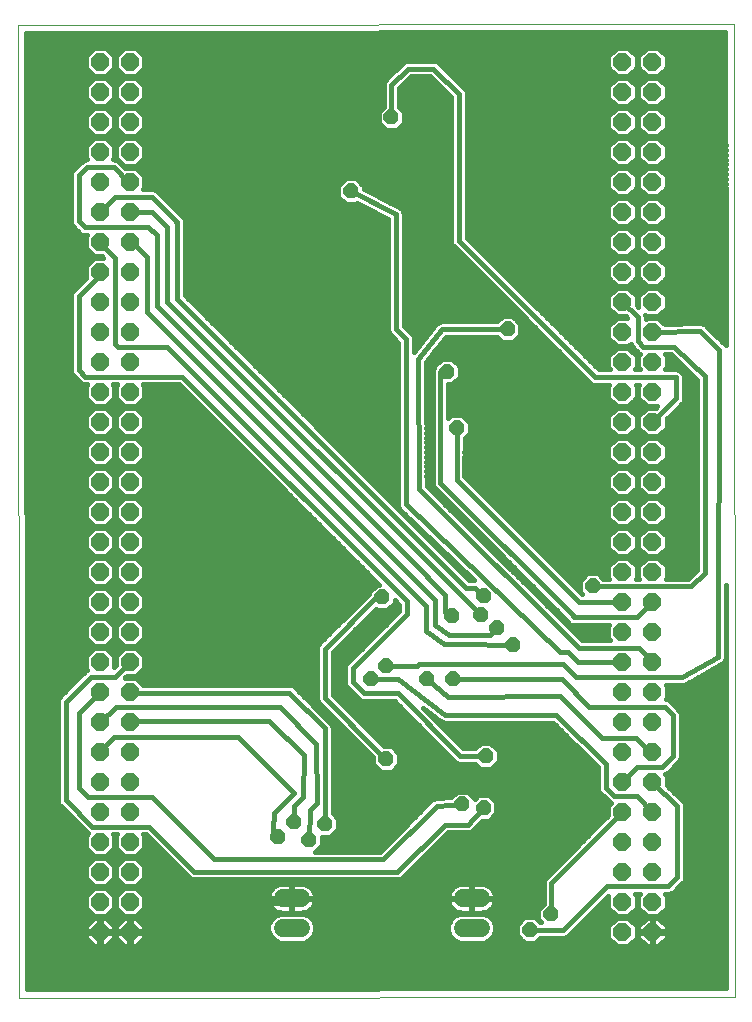
<source format=gbl>
G75*
%MOIN*%
%OFA0B0*%
%FSLAX25Y25*%
%IPPOS*%
%LPD*%
%AMOC8*
5,1,8,0,0,1.08239X$1,22.5*
%
%ADD10C,0.00000*%
%ADD11C,0.06000*%
%ADD12OC8,0.06000*%
%ADD13OC8,0.05000*%
%ADD14C,0.01600*%
D10*
X0002707Y0075410D02*
X0002407Y0399711D01*
X0241028Y0400011D01*
X0241328Y0075710D01*
X0002707Y0075410D01*
D11*
X0090690Y0098532D02*
X0096690Y0098532D01*
X0096690Y0108532D02*
X0090690Y0108532D01*
X0150650Y0108532D02*
X0156650Y0108532D01*
X0156650Y0098532D02*
X0150650Y0098532D01*
D12*
X0203926Y0097312D03*
X0203926Y0107312D03*
X0203926Y0117312D03*
X0203926Y0127312D03*
X0203926Y0137312D03*
X0203926Y0147312D03*
X0203926Y0157312D03*
X0203926Y0167312D03*
X0203926Y0177312D03*
X0203926Y0187312D03*
X0203926Y0197312D03*
X0203926Y0207312D03*
X0203926Y0217312D03*
X0203926Y0227312D03*
X0203926Y0237312D03*
X0203926Y0247312D03*
X0203926Y0257312D03*
X0203926Y0267312D03*
X0203926Y0277312D03*
X0203926Y0287312D03*
X0203926Y0297312D03*
X0203926Y0307312D03*
X0203926Y0317312D03*
X0203926Y0327312D03*
X0203926Y0337312D03*
X0203926Y0347312D03*
X0203926Y0357312D03*
X0203926Y0367312D03*
X0203926Y0377312D03*
X0203926Y0387312D03*
X0213926Y0387312D03*
X0213926Y0377312D03*
X0213926Y0367312D03*
X0213926Y0357312D03*
X0213926Y0347312D03*
X0213926Y0337312D03*
X0213926Y0327312D03*
X0213926Y0317312D03*
X0213926Y0307312D03*
X0213926Y0297312D03*
X0213926Y0287312D03*
X0213926Y0277312D03*
X0213926Y0267312D03*
X0213926Y0257312D03*
X0213926Y0247312D03*
X0213926Y0237312D03*
X0213926Y0227312D03*
X0213926Y0217312D03*
X0213926Y0207312D03*
X0213926Y0197312D03*
X0213926Y0187312D03*
X0213926Y0177312D03*
X0213926Y0167312D03*
X0213926Y0157312D03*
X0213926Y0147312D03*
X0213926Y0137312D03*
X0213926Y0127312D03*
X0213926Y0117312D03*
X0213926Y0107312D03*
X0213926Y0097312D03*
X0039753Y0097312D03*
X0039753Y0107312D03*
X0039753Y0117312D03*
X0039753Y0127312D03*
X0039753Y0137312D03*
X0039753Y0147312D03*
X0039753Y0157312D03*
X0039753Y0167312D03*
X0039753Y0177312D03*
X0039753Y0187312D03*
X0039753Y0197312D03*
X0039753Y0207312D03*
X0039753Y0217312D03*
X0039753Y0227312D03*
X0039753Y0237312D03*
X0039753Y0247312D03*
X0039753Y0257312D03*
X0039753Y0267312D03*
X0039753Y0277312D03*
X0039753Y0287312D03*
X0039753Y0297312D03*
X0039753Y0307312D03*
X0039753Y0317312D03*
X0039753Y0327312D03*
X0039753Y0337312D03*
X0039753Y0347312D03*
X0039753Y0357312D03*
X0039753Y0367312D03*
X0039753Y0377312D03*
X0039753Y0387312D03*
X0029753Y0387312D03*
X0029753Y0377312D03*
X0029753Y0367312D03*
X0029753Y0357312D03*
X0029753Y0347312D03*
X0029753Y0337312D03*
X0029753Y0327312D03*
X0029753Y0317312D03*
X0029753Y0307312D03*
X0029753Y0297312D03*
X0029753Y0287312D03*
X0029753Y0277312D03*
X0029753Y0267312D03*
X0029753Y0257312D03*
X0029753Y0247312D03*
X0029753Y0237312D03*
X0029753Y0227312D03*
X0029753Y0217312D03*
X0029753Y0207312D03*
X0029753Y0197312D03*
X0029753Y0187312D03*
X0029753Y0177312D03*
X0029753Y0167312D03*
X0029753Y0157312D03*
X0029753Y0147312D03*
X0029753Y0137312D03*
X0029753Y0127312D03*
X0029753Y0117312D03*
X0029753Y0107312D03*
X0029753Y0097312D03*
D13*
X0089007Y0129110D03*
X0094307Y0133810D03*
X0099407Y0128010D03*
X0104707Y0133410D03*
X0126607Y0137810D03*
X0125207Y0154910D03*
X0136682Y0157548D03*
X0150507Y0139810D03*
X0157607Y0138710D03*
X0158307Y0155910D03*
X0173454Y0148729D03*
X0147307Y0181510D03*
X0138807Y0181510D03*
X0125007Y0185810D03*
X0120107Y0181710D03*
X0123307Y0201910D03*
X0123807Y0208810D03*
X0147107Y0202510D03*
X0156707Y0202810D03*
X0157607Y0209210D03*
X0162207Y0198610D03*
X0167307Y0192810D03*
X0194007Y0212510D03*
X0180146Y0236918D03*
X0171091Y0261328D03*
X0182154Y0272351D03*
X0165607Y0298210D03*
X0150540Y0290461D03*
X0145407Y0284110D03*
X0148707Y0265310D03*
X0114398Y0287706D03*
X0113407Y0344210D03*
X0126907Y0368810D03*
X0223375Y0343335D03*
X0180207Y0103210D03*
X0173007Y0098010D03*
D14*
X0184207Y0098010D01*
X0198807Y0112610D01*
X0219207Y0112610D01*
X0222107Y0115510D01*
X0222107Y0139131D01*
X0213926Y0147312D01*
X0218184Y0149842D02*
X0218580Y0150006D01*
X0219311Y0150737D01*
X0222911Y0154337D01*
X0223307Y0155293D01*
X0223307Y0170127D01*
X0222911Y0171083D01*
X0222180Y0171814D01*
X0219480Y0174514D01*
X0218524Y0174910D01*
X0218313Y0174910D01*
X0218726Y0175324D01*
X0218726Y0179300D01*
X0218416Y0179610D01*
X0223547Y0179610D01*
X0223698Y0179568D01*
X0224060Y0179610D01*
X0224424Y0179610D01*
X0224569Y0179670D01*
X0224725Y0179689D01*
X0225043Y0179867D01*
X0225380Y0180006D01*
X0225491Y0180117D01*
X0236839Y0186464D01*
X0237171Y0186600D01*
X0237286Y0186714D01*
X0237428Y0186794D01*
X0237650Y0187076D01*
X0237905Y0187329D01*
X0237968Y0187478D01*
X0238068Y0187605D01*
X0238166Y0187951D01*
X0238305Y0188283D01*
X0238306Y0188445D01*
X0238350Y0188601D01*
X0238308Y0188958D01*
X0238401Y0212917D01*
X0238526Y0078507D01*
X0005504Y0078214D01*
X0005210Y0396915D01*
X0238231Y0397208D01*
X0238327Y0292844D01*
X0238311Y0292883D01*
X0232093Y0299101D01*
X0232083Y0299124D01*
X0231728Y0299466D01*
X0231380Y0299814D01*
X0231357Y0299824D01*
X0231338Y0299842D01*
X0230880Y0300022D01*
X0230424Y0300210D01*
X0230399Y0300210D01*
X0230376Y0300219D01*
X0229883Y0300210D01*
X0229390Y0300210D01*
X0229367Y0300201D01*
X0218037Y0299989D01*
X0215914Y0302112D01*
X0211938Y0302112D01*
X0211607Y0301781D01*
X0211607Y0302748D01*
X0211540Y0302909D01*
X0211938Y0302512D01*
X0215914Y0302512D01*
X0218726Y0305324D01*
X0218726Y0309300D01*
X0215914Y0312112D01*
X0211938Y0312112D01*
X0209126Y0309300D01*
X0209126Y0305789D01*
X0208726Y0306189D01*
X0208726Y0309300D01*
X0205914Y0312112D01*
X0201938Y0312112D01*
X0199126Y0309300D01*
X0199126Y0305324D01*
X0201938Y0302512D01*
X0205049Y0302512D01*
X0205449Y0302112D01*
X0201938Y0302112D01*
X0199126Y0299300D01*
X0199126Y0295324D01*
X0201938Y0292512D01*
X0205914Y0292512D01*
X0206650Y0293248D01*
X0206691Y0293120D01*
X0206761Y0293038D01*
X0206803Y0292937D01*
X0207094Y0292646D01*
X0208461Y0291038D01*
X0208503Y0290937D01*
X0208794Y0290646D01*
X0209061Y0290332D01*
X0209158Y0290283D01*
X0209234Y0290206D01*
X0209615Y0290048D01*
X0209786Y0289960D01*
X0209126Y0289300D01*
X0209126Y0285324D01*
X0209639Y0284810D01*
X0208213Y0284810D01*
X0208726Y0285324D01*
X0208726Y0289300D01*
X0205914Y0292112D01*
X0201938Y0292112D01*
X0199126Y0289300D01*
X0199126Y0285324D01*
X0199639Y0284810D01*
X0195984Y0284810D01*
X0152007Y0328787D01*
X0152007Y0377127D01*
X0151611Y0378083D01*
X0143111Y0386583D01*
X0142380Y0387314D01*
X0141424Y0387710D01*
X0131890Y0387710D01*
X0130934Y0387314D01*
X0125434Y0381814D01*
X0124703Y0381083D01*
X0124307Y0380127D01*
X0124307Y0372291D01*
X0122607Y0370591D01*
X0122607Y0367029D01*
X0125126Y0364510D01*
X0128688Y0364510D01*
X0131207Y0367029D01*
X0131207Y0370591D01*
X0129507Y0372291D01*
X0129507Y0378533D01*
X0133484Y0382510D01*
X0139830Y0382510D01*
X0146807Y0375533D01*
X0146807Y0327193D01*
X0147203Y0326237D01*
X0147934Y0325506D01*
X0193434Y0280006D01*
X0194390Y0279610D01*
X0199436Y0279610D01*
X0199126Y0279300D01*
X0199126Y0275324D01*
X0201938Y0272512D01*
X0205914Y0272512D01*
X0208726Y0275324D01*
X0208726Y0279300D01*
X0208416Y0279610D01*
X0209436Y0279610D01*
X0209126Y0279300D01*
X0209126Y0275324D01*
X0211938Y0272512D01*
X0215449Y0272512D01*
X0215049Y0272112D01*
X0211938Y0272112D01*
X0209126Y0269300D01*
X0209126Y0265324D01*
X0211938Y0262512D01*
X0215914Y0262512D01*
X0218726Y0265324D01*
X0218726Y0268435D01*
X0223280Y0272989D01*
X0224011Y0273720D01*
X0224407Y0274676D01*
X0224407Y0282527D01*
X0224011Y0283483D01*
X0223811Y0283683D01*
X0223080Y0284414D01*
X0222124Y0284810D01*
X0218213Y0284810D01*
X0218726Y0285324D01*
X0218726Y0289300D01*
X0218216Y0289810D01*
X0219960Y0289810D01*
X0228707Y0281403D01*
X0228707Y0217905D01*
X0225848Y0215110D01*
X0218513Y0215110D01*
X0218726Y0215324D01*
X0218726Y0219300D01*
X0215914Y0222112D01*
X0211938Y0222112D01*
X0209126Y0219300D01*
X0209126Y0215324D01*
X0209339Y0215110D01*
X0208513Y0215110D01*
X0208726Y0215324D01*
X0208726Y0219300D01*
X0205914Y0222112D01*
X0201938Y0222112D01*
X0199126Y0219300D01*
X0199126Y0215324D01*
X0199339Y0215110D01*
X0197488Y0215110D01*
X0195788Y0216810D01*
X0192226Y0216810D01*
X0189707Y0214291D01*
X0189707Y0210729D01*
X0190524Y0209912D01*
X0190482Y0209912D01*
X0151213Y0249181D01*
X0151287Y0261809D01*
X0153007Y0263529D01*
X0153007Y0267091D01*
X0150488Y0269610D01*
X0146926Y0269610D01*
X0145807Y0268491D01*
X0145807Y0279810D01*
X0147188Y0279810D01*
X0149707Y0282329D01*
X0149707Y0285891D01*
X0147188Y0288410D01*
X0143626Y0288410D01*
X0141107Y0285891D01*
X0141107Y0285487D01*
X0141003Y0285383D01*
X0140956Y0285271D01*
X0140879Y0285177D01*
X0140760Y0284796D01*
X0140607Y0284427D01*
X0140607Y0284306D01*
X0140571Y0284190D01*
X0140607Y0283792D01*
X0140607Y0247113D01*
X0140606Y0246599D01*
X0140607Y0246596D01*
X0140607Y0246593D01*
X0140803Y0246119D01*
X0141000Y0245642D01*
X0141002Y0245640D01*
X0141003Y0245637D01*
X0141366Y0245274D01*
X0185031Y0201412D01*
X0185103Y0201237D01*
X0185503Y0200837D01*
X0186234Y0200106D01*
X0187190Y0199710D01*
X0199536Y0199710D01*
X0199126Y0199300D01*
X0199126Y0195324D01*
X0199839Y0194610D01*
X0190574Y0194610D01*
X0138605Y0245900D01*
X0138509Y0287412D01*
X0144969Y0295610D01*
X0162126Y0295610D01*
X0163826Y0293910D01*
X0167388Y0293910D01*
X0169907Y0296429D01*
X0169907Y0299991D01*
X0167388Y0302510D01*
X0163826Y0302510D01*
X0162126Y0300810D01*
X0144066Y0300810D01*
X0143914Y0300853D01*
X0143553Y0300810D01*
X0143190Y0300810D01*
X0143044Y0300750D01*
X0142887Y0300731D01*
X0142570Y0300553D01*
X0142234Y0300414D01*
X0142123Y0300303D01*
X0141985Y0300226D01*
X0141760Y0299940D01*
X0141503Y0299683D01*
X0141442Y0299537D01*
X0134407Y0290608D01*
X0134407Y0295327D01*
X0134011Y0296283D01*
X0131007Y0299287D01*
X0131007Y0336404D01*
X0131041Y0336814D01*
X0131007Y0336918D01*
X0131007Y0337027D01*
X0130850Y0337407D01*
X0130724Y0337799D01*
X0130653Y0337882D01*
X0130611Y0337983D01*
X0130321Y0338274D01*
X0130055Y0338587D01*
X0129957Y0338637D01*
X0129880Y0338714D01*
X0129500Y0338872D01*
X0117707Y0344925D01*
X0117707Y0345991D01*
X0115188Y0348510D01*
X0111626Y0348510D01*
X0109107Y0345991D01*
X0109107Y0342429D01*
X0111626Y0339910D01*
X0115188Y0339910D01*
X0115494Y0340216D01*
X0125807Y0334922D01*
X0125807Y0297693D01*
X0126203Y0296737D01*
X0126934Y0296006D01*
X0129207Y0293733D01*
X0129207Y0287313D01*
X0129108Y0240298D01*
X0129095Y0240265D01*
X0129107Y0239782D01*
X0129106Y0239299D01*
X0129119Y0239266D01*
X0129120Y0239231D01*
X0129316Y0238789D01*
X0129500Y0238342D01*
X0129525Y0238317D01*
X0129539Y0238285D01*
X0129888Y0237952D01*
X0130230Y0237609D01*
X0130262Y0237596D01*
X0154266Y0214710D01*
X0152884Y0214710D01*
X0058107Y0309487D01*
X0058107Y0334327D01*
X0057711Y0335283D01*
X0057482Y0335512D01*
X0057411Y0335683D01*
X0056680Y0336414D01*
X0048680Y0344414D01*
X0047724Y0344810D01*
X0044039Y0344810D01*
X0044553Y0345324D01*
X0044553Y0349300D01*
X0041741Y0352112D01*
X0038082Y0352112D01*
X0035780Y0354414D01*
X0034824Y0354810D01*
X0034039Y0354810D01*
X0034553Y0355324D01*
X0034553Y0359300D01*
X0031741Y0362112D01*
X0027765Y0362112D01*
X0024953Y0359300D01*
X0024953Y0355324D01*
X0025466Y0354810D01*
X0024890Y0354810D01*
X0023934Y0354414D01*
X0023203Y0353683D01*
X0020503Y0350983D01*
X0020107Y0350027D01*
X0020107Y0333793D01*
X0020503Y0332837D01*
X0021234Y0332106D01*
X0023234Y0330106D01*
X0024190Y0329710D01*
X0025363Y0329710D01*
X0024953Y0329300D01*
X0024953Y0325324D01*
X0027765Y0322512D01*
X0030529Y0322512D01*
X0030929Y0322112D01*
X0027765Y0322112D01*
X0024953Y0319300D01*
X0024953Y0315324D01*
X0024998Y0315278D01*
X0020403Y0310683D01*
X0020007Y0309727D01*
X0020007Y0284093D01*
X0020403Y0283137D01*
X0023334Y0280206D01*
X0024290Y0279810D01*
X0025463Y0279810D01*
X0024953Y0279300D01*
X0024953Y0275324D01*
X0027765Y0272512D01*
X0031741Y0272512D01*
X0034553Y0275324D01*
X0034553Y0279300D01*
X0034043Y0279810D01*
X0035463Y0279810D01*
X0034953Y0279300D01*
X0034953Y0275324D01*
X0037765Y0272512D01*
X0041741Y0272512D01*
X0044553Y0275324D01*
X0044553Y0279300D01*
X0044043Y0279810D01*
X0056130Y0279810D01*
X0122830Y0213110D01*
X0122026Y0213110D01*
X0119507Y0210591D01*
X0119507Y0210087D01*
X0103234Y0193814D01*
X0102503Y0193083D01*
X0102107Y0192127D01*
X0102107Y0174793D01*
X0102503Y0173837D01*
X0120361Y0155979D01*
X0120503Y0155637D01*
X0120563Y0155577D01*
X0120601Y0155500D01*
X0120907Y0155231D01*
X0120907Y0153129D01*
X0123426Y0150610D01*
X0126988Y0150610D01*
X0129507Y0153129D01*
X0129507Y0156691D01*
X0126988Y0159210D01*
X0124484Y0159210D01*
X0124380Y0159314D01*
X0107307Y0176387D01*
X0107307Y0190533D01*
X0121655Y0204881D01*
X0122026Y0204510D01*
X0125588Y0204510D01*
X0128107Y0207029D01*
X0128107Y0207833D01*
X0129507Y0206433D01*
X0129507Y0204287D01*
X0111903Y0186683D01*
X0111507Y0185727D01*
X0111507Y0180093D01*
X0111903Y0179137D01*
X0112634Y0178406D01*
X0116334Y0174706D01*
X0117290Y0174310D01*
X0127923Y0174310D01*
X0147600Y0154443D01*
X0147603Y0154437D01*
X0147963Y0154077D01*
X0148324Y0153713D01*
X0148330Y0153711D01*
X0148334Y0153706D01*
X0148806Y0153511D01*
X0149277Y0153313D01*
X0149284Y0153313D01*
X0149290Y0153310D01*
X0149801Y0153310D01*
X0150312Y0153308D01*
X0150318Y0153310D01*
X0154826Y0153310D01*
X0156526Y0151610D01*
X0160088Y0151610D01*
X0162607Y0154129D01*
X0162607Y0157691D01*
X0160088Y0160210D01*
X0156526Y0160210D01*
X0154826Y0158510D01*
X0150891Y0158510D01*
X0137592Y0171938D01*
X0143200Y0167740D01*
X0143434Y0167506D01*
X0143611Y0167433D01*
X0143763Y0167319D01*
X0144084Y0167237D01*
X0144390Y0167110D01*
X0144581Y0167110D01*
X0144765Y0167063D01*
X0145093Y0167110D01*
X0180830Y0167110D01*
X0195807Y0152133D01*
X0195807Y0144893D01*
X0196203Y0143937D01*
X0199003Y0141137D01*
X0199734Y0140406D01*
X0200086Y0140260D01*
X0199126Y0139300D01*
X0199126Y0136189D01*
X0178003Y0115066D01*
X0177607Y0114110D01*
X0177607Y0106691D01*
X0175907Y0104991D01*
X0175907Y0101429D01*
X0176726Y0100610D01*
X0176488Y0100610D01*
X0174788Y0102310D01*
X0171226Y0102310D01*
X0168707Y0099791D01*
X0168707Y0096229D01*
X0171226Y0093710D01*
X0174788Y0093710D01*
X0176488Y0095410D01*
X0184724Y0095410D01*
X0185680Y0095806D01*
X0199126Y0109252D01*
X0199126Y0105324D01*
X0201938Y0102512D01*
X0205914Y0102512D01*
X0208726Y0105324D01*
X0208726Y0109300D01*
X0208016Y0110010D01*
X0209836Y0110010D01*
X0209126Y0109300D01*
X0209126Y0105324D01*
X0211938Y0102512D01*
X0215914Y0102512D01*
X0218726Y0105324D01*
X0218726Y0109300D01*
X0218016Y0110010D01*
X0219724Y0110010D01*
X0220680Y0110406D01*
X0223580Y0113306D01*
X0224311Y0114037D01*
X0224707Y0114993D01*
X0224707Y0139648D01*
X0224311Y0140603D01*
X0218726Y0146189D01*
X0218726Y0149300D01*
X0218184Y0149842D01*
X0218744Y0150170D02*
X0238459Y0150170D01*
X0238461Y0148572D02*
X0218726Y0148572D01*
X0218726Y0146973D02*
X0238462Y0146973D01*
X0238464Y0145375D02*
X0219540Y0145375D01*
X0221138Y0143776D02*
X0238465Y0143776D01*
X0238467Y0142178D02*
X0222737Y0142178D01*
X0224321Y0140579D02*
X0238468Y0140579D01*
X0238470Y0138981D02*
X0224707Y0138981D01*
X0224707Y0137382D02*
X0238471Y0137382D01*
X0238473Y0135784D02*
X0224707Y0135784D01*
X0224707Y0134185D02*
X0238474Y0134185D01*
X0238476Y0132587D02*
X0224707Y0132587D01*
X0224707Y0130988D02*
X0238477Y0130988D01*
X0238479Y0129390D02*
X0224707Y0129390D01*
X0224707Y0127791D02*
X0238480Y0127791D01*
X0238482Y0126193D02*
X0224707Y0126193D01*
X0224707Y0124594D02*
X0238483Y0124594D01*
X0238485Y0122996D02*
X0224707Y0122996D01*
X0224707Y0121397D02*
X0238486Y0121397D01*
X0238488Y0119799D02*
X0224707Y0119799D01*
X0224707Y0118200D02*
X0238489Y0118200D01*
X0238491Y0116602D02*
X0224707Y0116602D01*
X0224707Y0115003D02*
X0238492Y0115003D01*
X0238493Y0113405D02*
X0223678Y0113405D01*
X0222080Y0111806D02*
X0238495Y0111806D01*
X0238496Y0110208D02*
X0220201Y0110208D01*
X0218726Y0108609D02*
X0238498Y0108609D01*
X0238499Y0107010D02*
X0218726Y0107010D01*
X0218726Y0105412D02*
X0238501Y0105412D01*
X0238502Y0103813D02*
X0217216Y0103813D01*
X0215914Y0102112D02*
X0214126Y0102112D01*
X0214126Y0097512D01*
X0213726Y0097512D01*
X0213726Y0102112D01*
X0211938Y0102112D01*
X0209126Y0099300D01*
X0209126Y0097512D01*
X0213726Y0097512D01*
X0213726Y0097112D01*
X0209126Y0097112D01*
X0209126Y0095324D01*
X0211938Y0092512D01*
X0213726Y0092512D01*
X0213726Y0097112D01*
X0214126Y0097112D01*
X0214126Y0097512D01*
X0218726Y0097512D01*
X0218726Y0099300D01*
X0215914Y0102112D01*
X0217410Y0100616D02*
X0238505Y0100616D01*
X0238507Y0099018D02*
X0218726Y0099018D01*
X0218726Y0097112D02*
X0214126Y0097112D01*
X0214126Y0092512D01*
X0215914Y0092512D01*
X0218726Y0095324D01*
X0218726Y0097112D01*
X0218726Y0095821D02*
X0238510Y0095821D01*
X0238508Y0097419D02*
X0214126Y0097419D01*
X0213726Y0097419D02*
X0208726Y0097419D01*
X0208726Y0095821D02*
X0209126Y0095821D01*
X0208726Y0095324D02*
X0205914Y0092512D01*
X0201938Y0092512D01*
X0199126Y0095324D01*
X0199126Y0099300D01*
X0201938Y0102112D01*
X0205914Y0102112D01*
X0208726Y0099300D01*
X0208726Y0095324D01*
X0207625Y0094222D02*
X0210227Y0094222D01*
X0211826Y0092624D02*
X0206026Y0092624D01*
X0208726Y0099018D02*
X0209126Y0099018D01*
X0210442Y0100616D02*
X0207410Y0100616D01*
X0207216Y0103813D02*
X0210636Y0103813D01*
X0209126Y0105412D02*
X0208726Y0105412D01*
X0208726Y0107010D02*
X0209126Y0107010D01*
X0209126Y0108609D02*
X0208726Y0108609D01*
X0213726Y0100616D02*
X0214126Y0100616D01*
X0214126Y0099018D02*
X0213726Y0099018D01*
X0213726Y0095821D02*
X0214126Y0095821D01*
X0214126Y0094222D02*
X0213726Y0094222D01*
X0213726Y0092624D02*
X0214126Y0092624D01*
X0216026Y0092624D02*
X0238513Y0092624D01*
X0238511Y0094222D02*
X0217625Y0094222D01*
X0201826Y0092624D02*
X0041853Y0092624D01*
X0041741Y0092512D02*
X0044553Y0095324D01*
X0044553Y0097112D01*
X0039953Y0097112D01*
X0039953Y0097512D01*
X0044553Y0097512D01*
X0044553Y0099300D01*
X0041741Y0102112D01*
X0039953Y0102112D01*
X0039953Y0097512D01*
X0039553Y0097512D01*
X0039553Y0102112D01*
X0037765Y0102112D01*
X0034953Y0099300D01*
X0034953Y0097512D01*
X0039553Y0097512D01*
X0039553Y0097112D01*
X0034953Y0097112D01*
X0034953Y0095324D01*
X0037765Y0092512D01*
X0039553Y0092512D01*
X0039553Y0097112D01*
X0039953Y0097112D01*
X0039953Y0092512D01*
X0041741Y0092512D01*
X0039953Y0092624D02*
X0039553Y0092624D01*
X0039553Y0094222D02*
X0039953Y0094222D01*
X0039953Y0095821D02*
X0039553Y0095821D01*
X0039753Y0097312D02*
X0076009Y0097312D01*
X0085707Y0107010D01*
X0092168Y0107010D01*
X0093690Y0108532D01*
X0093890Y0108609D02*
X0153450Y0108609D01*
X0153450Y0108732D02*
X0153450Y0108332D01*
X0145850Y0108332D01*
X0145850Y0108155D01*
X0145969Y0107408D01*
X0146202Y0106690D01*
X0146545Y0106017D01*
X0146989Y0105405D01*
X0147523Y0104871D01*
X0148135Y0104427D01*
X0148808Y0104084D01*
X0149526Y0103850D01*
X0150273Y0103732D01*
X0153450Y0103732D01*
X0153450Y0108332D01*
X0153850Y0108332D01*
X0153850Y0103732D01*
X0157028Y0103732D01*
X0157774Y0103850D01*
X0158493Y0104084D01*
X0159166Y0104427D01*
X0159777Y0104871D01*
X0160312Y0105405D01*
X0160756Y0106017D01*
X0161099Y0106690D01*
X0161332Y0107408D01*
X0161450Y0108155D01*
X0161450Y0108332D01*
X0153850Y0108332D01*
X0153850Y0108732D01*
X0153450Y0108732D01*
X0145850Y0108732D01*
X0145850Y0108910D01*
X0145969Y0109656D01*
X0146202Y0110375D01*
X0146545Y0111048D01*
X0146989Y0111659D01*
X0147523Y0112194D01*
X0148135Y0112638D01*
X0148808Y0112981D01*
X0149526Y0113214D01*
X0150273Y0113332D01*
X0153450Y0113332D01*
X0153450Y0108732D01*
X0153850Y0108732D02*
X0153850Y0113332D01*
X0157028Y0113332D01*
X0157774Y0113214D01*
X0158493Y0112981D01*
X0159166Y0112638D01*
X0159777Y0112194D01*
X0160312Y0111659D01*
X0160756Y0111048D01*
X0161099Y0110375D01*
X0161332Y0109656D01*
X0161450Y0108910D01*
X0161450Y0108732D01*
X0153850Y0108732D01*
X0153850Y0108609D02*
X0177607Y0108609D01*
X0177607Y0110208D02*
X0161153Y0110208D01*
X0160165Y0111806D02*
X0177607Y0111806D01*
X0177607Y0113405D02*
X0042634Y0113405D01*
X0041741Y0112512D02*
X0044553Y0115324D01*
X0044553Y0119300D01*
X0041741Y0122112D01*
X0037765Y0122112D01*
X0034953Y0119300D01*
X0034953Y0115324D01*
X0037765Y0112512D01*
X0041741Y0112512D01*
X0041741Y0112112D02*
X0037765Y0112112D01*
X0034953Y0109300D01*
X0034953Y0105324D01*
X0037765Y0102512D01*
X0041741Y0102512D01*
X0044553Y0105324D01*
X0044553Y0109300D01*
X0041741Y0112112D01*
X0042047Y0111806D02*
X0087175Y0111806D01*
X0087029Y0111659D02*
X0086584Y0111048D01*
X0086241Y0110375D01*
X0086008Y0109656D01*
X0085890Y0108910D01*
X0085890Y0108732D01*
X0093490Y0108732D01*
X0093490Y0108332D01*
X0093890Y0108332D01*
X0093890Y0108732D01*
X0101490Y0108732D01*
X0101490Y0108910D01*
X0101372Y0109656D01*
X0101138Y0110375D01*
X0100795Y0111048D01*
X0100351Y0111659D01*
X0099817Y0112194D01*
X0099205Y0112638D01*
X0098532Y0112981D01*
X0097814Y0113214D01*
X0097068Y0113332D01*
X0093890Y0113332D01*
X0093890Y0108732D01*
X0093490Y0108732D01*
X0093490Y0113332D01*
X0090312Y0113332D01*
X0089566Y0113214D01*
X0088847Y0112981D01*
X0088174Y0112638D01*
X0087563Y0112194D01*
X0087029Y0111659D01*
X0086187Y0110208D02*
X0043645Y0110208D01*
X0044553Y0108609D02*
X0093490Y0108609D01*
X0093490Y0108332D02*
X0085890Y0108332D01*
X0085890Y0108155D01*
X0086008Y0107408D01*
X0086241Y0106690D01*
X0086584Y0106017D01*
X0087029Y0105405D01*
X0087563Y0104871D01*
X0088174Y0104427D01*
X0088847Y0104084D01*
X0089566Y0103850D01*
X0090312Y0103732D01*
X0093490Y0103732D01*
X0093490Y0108332D01*
X0093890Y0108332D02*
X0093890Y0103732D01*
X0097068Y0103732D01*
X0097814Y0103850D01*
X0098532Y0104084D01*
X0099205Y0104427D01*
X0099817Y0104871D01*
X0100351Y0105405D01*
X0100795Y0106017D01*
X0101138Y0106690D01*
X0101372Y0107408D01*
X0101490Y0108155D01*
X0101490Y0108332D01*
X0093890Y0108332D01*
X0093890Y0107010D02*
X0093490Y0107010D01*
X0093490Y0105412D02*
X0093890Y0105412D01*
X0093890Y0103813D02*
X0093490Y0103813D01*
X0089799Y0103813D02*
X0043043Y0103813D01*
X0044553Y0105412D02*
X0087024Y0105412D01*
X0086137Y0107010D02*
X0044553Y0107010D01*
X0043236Y0100616D02*
X0086358Y0100616D01*
X0086621Y0101251D02*
X0085890Y0099487D01*
X0085890Y0097577D01*
X0086621Y0095813D01*
X0087971Y0094463D01*
X0089735Y0093732D01*
X0097645Y0093732D01*
X0099409Y0094463D01*
X0100759Y0095813D01*
X0101490Y0097577D01*
X0101490Y0099487D01*
X0100759Y0101251D01*
X0099409Y0102602D01*
X0097645Y0103332D01*
X0089735Y0103332D01*
X0087971Y0102602D01*
X0086621Y0101251D01*
X0087584Y0102215D02*
X0005482Y0102215D01*
X0005481Y0103813D02*
X0026463Y0103813D01*
X0027765Y0102512D02*
X0031741Y0102512D01*
X0034553Y0105324D01*
X0034553Y0109300D01*
X0031741Y0112112D01*
X0027765Y0112112D01*
X0024953Y0109300D01*
X0024953Y0105324D01*
X0027765Y0102512D01*
X0027765Y0102112D02*
X0024953Y0099300D01*
X0024953Y0097512D01*
X0029553Y0097512D01*
X0029553Y0102112D01*
X0027765Y0102112D01*
X0026269Y0100616D02*
X0005484Y0100616D01*
X0005485Y0099018D02*
X0024953Y0099018D01*
X0024953Y0097112D02*
X0024953Y0095324D01*
X0027765Y0092512D01*
X0029553Y0092512D01*
X0029553Y0097112D01*
X0024953Y0097112D01*
X0024953Y0095821D02*
X0005488Y0095821D01*
X0005487Y0097419D02*
X0029553Y0097419D01*
X0029553Y0097512D02*
X0029553Y0097112D01*
X0029953Y0097112D01*
X0029953Y0097512D01*
X0034553Y0097512D01*
X0034553Y0099300D01*
X0031741Y0102112D01*
X0029953Y0102112D01*
X0029953Y0097512D01*
X0029553Y0097512D01*
X0029953Y0097419D02*
X0039553Y0097419D01*
X0039953Y0097419D02*
X0085955Y0097419D01*
X0085890Y0099018D02*
X0044553Y0099018D01*
X0044553Y0095821D02*
X0086617Y0095821D01*
X0088552Y0094222D02*
X0043452Y0094222D01*
X0039953Y0099018D02*
X0039553Y0099018D01*
X0039553Y0100616D02*
X0039953Y0100616D01*
X0036463Y0103813D02*
X0033043Y0103813D01*
X0034553Y0105412D02*
X0034953Y0105412D01*
X0034953Y0107010D02*
X0034553Y0107010D01*
X0034553Y0108609D02*
X0034953Y0108609D01*
X0035860Y0110208D02*
X0033645Y0110208D01*
X0032047Y0111806D02*
X0037459Y0111806D01*
X0036872Y0113405D02*
X0032634Y0113405D01*
X0031741Y0112512D02*
X0034553Y0115324D01*
X0034553Y0119300D01*
X0031741Y0122112D01*
X0027765Y0122112D01*
X0024953Y0119300D01*
X0024953Y0115324D01*
X0027765Y0112512D01*
X0031741Y0112512D01*
X0034232Y0115003D02*
X0035273Y0115003D01*
X0034953Y0116602D02*
X0034553Y0116602D01*
X0034553Y0118200D02*
X0034953Y0118200D01*
X0035451Y0119799D02*
X0034054Y0119799D01*
X0032456Y0121397D02*
X0037050Y0121397D01*
X0037765Y0122512D02*
X0041741Y0122512D01*
X0044553Y0125324D01*
X0044553Y0129300D01*
X0044043Y0129810D01*
X0045130Y0129810D01*
X0059734Y0115206D01*
X0060690Y0114810D01*
X0129424Y0114810D01*
X0130380Y0115206D01*
X0131111Y0115937D01*
X0145684Y0130510D01*
X0152824Y0130510D01*
X0153780Y0130906D01*
X0154511Y0131637D01*
X0155720Y0132846D01*
X0155772Y0132870D01*
X0156084Y0133211D01*
X0156411Y0133537D01*
X0156433Y0133590D01*
X0157187Y0134410D01*
X0159388Y0134410D01*
X0161907Y0136929D01*
X0161907Y0140491D01*
X0159388Y0143010D01*
X0155826Y0143010D01*
X0154607Y0141791D01*
X0152288Y0144110D01*
X0148726Y0144110D01*
X0146857Y0142241D01*
X0141946Y0142010D01*
X0141490Y0142010D01*
X0141431Y0141986D01*
X0141368Y0141983D01*
X0140956Y0141789D01*
X0140534Y0141614D01*
X0140490Y0141570D01*
X0140432Y0141543D01*
X0140125Y0141205D01*
X0123030Y0124110D01*
X0101588Y0124110D01*
X0103707Y0126229D01*
X0103707Y0129110D01*
X0106488Y0129110D01*
X0109007Y0131629D01*
X0109007Y0135191D01*
X0107307Y0136891D01*
X0107307Y0165727D01*
X0106911Y0166683D01*
X0095111Y0178483D01*
X0094380Y0179214D01*
X0093424Y0179610D01*
X0044243Y0179610D01*
X0041741Y0182112D01*
X0038230Y0182112D01*
X0038630Y0182512D01*
X0041741Y0182512D01*
X0044553Y0185324D01*
X0044553Y0189300D01*
X0041741Y0192112D01*
X0037765Y0192112D01*
X0034953Y0189300D01*
X0034953Y0186189D01*
X0034553Y0185789D01*
X0034553Y0189300D01*
X0031741Y0192112D01*
X0027765Y0192112D01*
X0024953Y0189300D01*
X0024953Y0185324D01*
X0025537Y0184740D01*
X0025234Y0184614D01*
X0024503Y0183883D01*
X0016203Y0175583D01*
X0015807Y0174627D01*
X0015807Y0140693D01*
X0016203Y0139737D01*
X0016934Y0139006D01*
X0025734Y0130206D01*
X0025822Y0130170D01*
X0024953Y0129300D01*
X0024953Y0125324D01*
X0027765Y0122512D01*
X0031741Y0122512D01*
X0034553Y0125324D01*
X0034553Y0129300D01*
X0034043Y0129810D01*
X0035463Y0129810D01*
X0034953Y0129300D01*
X0034953Y0125324D01*
X0037765Y0122512D01*
X0037281Y0122996D02*
X0032225Y0122996D01*
X0033823Y0124594D02*
X0035682Y0124594D01*
X0034953Y0126193D02*
X0034553Y0126193D01*
X0034553Y0127791D02*
X0034953Y0127791D01*
X0035042Y0129390D02*
X0034463Y0129390D01*
X0027207Y0132410D02*
X0018407Y0141210D01*
X0018407Y0174110D01*
X0026707Y0182410D01*
X0034851Y0182410D01*
X0039753Y0187312D01*
X0042968Y0183739D02*
X0102107Y0183739D01*
X0102107Y0182141D02*
X0038258Y0182141D01*
X0039753Y0177312D02*
X0040054Y0177010D01*
X0092907Y0177010D01*
X0104707Y0165210D01*
X0104707Y0133410D01*
X0109007Y0134185D02*
X0133105Y0134185D01*
X0131507Y0132587D02*
X0109007Y0132587D01*
X0108366Y0130988D02*
X0129908Y0130988D01*
X0128310Y0129390D02*
X0106768Y0129390D01*
X0108415Y0135784D02*
X0134704Y0135784D01*
X0136302Y0137382D02*
X0107307Y0137382D01*
X0107307Y0138981D02*
X0137901Y0138981D01*
X0139499Y0140579D02*
X0107307Y0140579D01*
X0107307Y0142178D02*
X0145506Y0142178D01*
X0142007Y0139410D02*
X0124107Y0121510D01*
X0067807Y0121510D01*
X0047007Y0142310D01*
X0025707Y0142310D01*
X0022807Y0145210D01*
X0022807Y0170366D01*
X0029753Y0177312D01*
X0035051Y0172210D02*
X0029753Y0167312D01*
X0034407Y0162210D02*
X0029753Y0157556D01*
X0029753Y0157312D01*
X0034407Y0162210D02*
X0075707Y0162210D01*
X0094307Y0143610D01*
X0087807Y0137110D01*
X0087807Y0134610D01*
X0087307Y0134110D01*
X0087307Y0130810D01*
X0089007Y0129110D01*
X0094307Y0133810D02*
X0094307Y0139410D01*
X0097507Y0142210D01*
X0097607Y0156210D01*
X0086107Y0167710D01*
X0040151Y0167710D01*
X0039753Y0167312D01*
X0035051Y0172210D02*
X0089707Y0172210D01*
X0101707Y0159910D01*
X0102007Y0140410D01*
X0099707Y0138110D01*
X0099407Y0128010D01*
X0103707Y0127791D02*
X0126711Y0127791D01*
X0125113Y0126193D02*
X0103671Y0126193D01*
X0102072Y0124594D02*
X0123514Y0124594D01*
X0128907Y0117410D02*
X0061207Y0117410D01*
X0046207Y0132410D01*
X0027207Y0132410D01*
X0024952Y0130988D02*
X0005456Y0130988D01*
X0005457Y0129390D02*
X0025042Y0129390D01*
X0024953Y0127791D02*
X0005459Y0127791D01*
X0005460Y0126193D02*
X0024953Y0126193D01*
X0025682Y0124594D02*
X0005462Y0124594D01*
X0005463Y0122996D02*
X0027281Y0122996D01*
X0027050Y0121397D02*
X0005465Y0121397D01*
X0005466Y0119799D02*
X0025451Y0119799D01*
X0024953Y0118200D02*
X0005467Y0118200D01*
X0005469Y0116602D02*
X0024953Y0116602D01*
X0025273Y0115003D02*
X0005470Y0115003D01*
X0005472Y0113405D02*
X0026872Y0113405D01*
X0027459Y0111806D02*
X0005473Y0111806D01*
X0005475Y0110208D02*
X0025860Y0110208D01*
X0024953Y0108609D02*
X0005476Y0108609D01*
X0005478Y0107010D02*
X0024953Y0107010D01*
X0024953Y0105412D02*
X0005479Y0105412D01*
X0005490Y0094222D02*
X0026054Y0094222D01*
X0027652Y0092624D02*
X0005491Y0092624D01*
X0005493Y0091025D02*
X0238514Y0091025D01*
X0238516Y0089427D02*
X0005494Y0089427D01*
X0005496Y0087828D02*
X0238517Y0087828D01*
X0238519Y0086230D02*
X0005497Y0086230D01*
X0005499Y0084631D02*
X0238520Y0084631D01*
X0238522Y0083033D02*
X0005500Y0083033D01*
X0005502Y0081434D02*
X0238523Y0081434D01*
X0238525Y0079836D02*
X0005503Y0079836D01*
X0005504Y0078237D02*
X0024235Y0078237D01*
X0029553Y0092624D02*
X0029953Y0092624D01*
X0029953Y0092512D02*
X0031741Y0092512D01*
X0034553Y0095324D01*
X0034553Y0097112D01*
X0029953Y0097112D01*
X0029953Y0092512D01*
X0029953Y0094222D02*
X0029553Y0094222D01*
X0029553Y0095821D02*
X0029953Y0095821D01*
X0029953Y0099018D02*
X0029553Y0099018D01*
X0029553Y0100616D02*
X0029953Y0100616D01*
X0033236Y0100616D02*
X0036269Y0100616D01*
X0034953Y0099018D02*
X0034553Y0099018D01*
X0034553Y0095821D02*
X0034953Y0095821D01*
X0036054Y0094222D02*
X0033452Y0094222D01*
X0031853Y0092624D02*
X0037652Y0092624D01*
X0044232Y0115003D02*
X0060224Y0115003D01*
X0058339Y0116602D02*
X0044553Y0116602D01*
X0044553Y0118200D02*
X0056740Y0118200D01*
X0055142Y0119799D02*
X0044054Y0119799D01*
X0042456Y0121397D02*
X0053543Y0121397D01*
X0051945Y0122996D02*
X0042225Y0122996D01*
X0043823Y0124594D02*
X0050346Y0124594D01*
X0048748Y0126193D02*
X0044553Y0126193D01*
X0044553Y0127791D02*
X0047149Y0127791D01*
X0045551Y0129390D02*
X0044463Y0129390D01*
X0023354Y0132587D02*
X0005454Y0132587D01*
X0005453Y0134185D02*
X0021755Y0134185D01*
X0020157Y0135784D02*
X0005451Y0135784D01*
X0005450Y0137382D02*
X0018558Y0137382D01*
X0016960Y0138981D02*
X0005448Y0138981D01*
X0005447Y0140579D02*
X0015854Y0140579D01*
X0015807Y0142178D02*
X0005445Y0142178D01*
X0005444Y0143776D02*
X0015807Y0143776D01*
X0015807Y0145375D02*
X0005442Y0145375D01*
X0005441Y0146973D02*
X0015807Y0146973D01*
X0015807Y0148572D02*
X0005439Y0148572D01*
X0005438Y0150170D02*
X0015807Y0150170D01*
X0015807Y0151769D02*
X0005436Y0151769D01*
X0005435Y0153367D02*
X0015807Y0153367D01*
X0015807Y0154966D02*
X0005433Y0154966D01*
X0005432Y0156564D02*
X0015807Y0156564D01*
X0015807Y0158163D02*
X0005431Y0158163D01*
X0005429Y0159761D02*
X0015807Y0159761D01*
X0015807Y0161360D02*
X0005428Y0161360D01*
X0005426Y0162958D02*
X0015807Y0162958D01*
X0015807Y0164557D02*
X0005425Y0164557D01*
X0005423Y0166155D02*
X0015807Y0166155D01*
X0015807Y0167754D02*
X0005422Y0167754D01*
X0005420Y0169352D02*
X0015807Y0169352D01*
X0015807Y0170951D02*
X0005419Y0170951D01*
X0005417Y0172549D02*
X0015807Y0172549D01*
X0015807Y0174148D02*
X0005416Y0174148D01*
X0005414Y0175746D02*
X0016366Y0175746D01*
X0017965Y0177345D02*
X0005413Y0177345D01*
X0005411Y0178944D02*
X0019563Y0178944D01*
X0021162Y0180542D02*
X0005410Y0180542D01*
X0005408Y0182141D02*
X0022760Y0182141D01*
X0024359Y0183739D02*
X0005407Y0183739D01*
X0005405Y0185338D02*
X0024953Y0185338D01*
X0024953Y0186936D02*
X0005404Y0186936D01*
X0005402Y0188535D02*
X0024953Y0188535D01*
X0025786Y0190133D02*
X0005401Y0190133D01*
X0005399Y0191732D02*
X0027384Y0191732D01*
X0027765Y0192512D02*
X0024953Y0195324D01*
X0024953Y0199300D01*
X0027765Y0202112D01*
X0031741Y0202112D01*
X0034553Y0199300D01*
X0034553Y0195324D01*
X0031741Y0192512D01*
X0027765Y0192512D01*
X0026946Y0193330D02*
X0005398Y0193330D01*
X0005397Y0194929D02*
X0025348Y0194929D01*
X0024953Y0196527D02*
X0005395Y0196527D01*
X0005394Y0198126D02*
X0024953Y0198126D01*
X0025377Y0199724D02*
X0005392Y0199724D01*
X0005391Y0201323D02*
X0026975Y0201323D01*
X0027765Y0202512D02*
X0031741Y0202512D01*
X0034553Y0205324D01*
X0034553Y0209300D01*
X0031741Y0212112D01*
X0027765Y0212112D01*
X0024953Y0209300D01*
X0024953Y0205324D01*
X0027765Y0202512D01*
X0027355Y0202921D02*
X0005389Y0202921D01*
X0005388Y0204520D02*
X0025757Y0204520D01*
X0024953Y0206118D02*
X0005386Y0206118D01*
X0005385Y0207717D02*
X0024953Y0207717D01*
X0024968Y0209315D02*
X0005383Y0209315D01*
X0005382Y0210914D02*
X0026566Y0210914D01*
X0027765Y0212512D02*
X0031741Y0212512D01*
X0034553Y0215324D01*
X0034553Y0219300D01*
X0031741Y0222112D01*
X0027765Y0222112D01*
X0024953Y0219300D01*
X0024953Y0215324D01*
X0027765Y0212512D01*
X0027764Y0212512D02*
X0005380Y0212512D01*
X0005379Y0214111D02*
X0026166Y0214111D01*
X0024953Y0215709D02*
X0005377Y0215709D01*
X0005376Y0217308D02*
X0024953Y0217308D01*
X0024953Y0218906D02*
X0005374Y0218906D01*
X0005373Y0220505D02*
X0026158Y0220505D01*
X0027756Y0222103D02*
X0005371Y0222103D01*
X0005370Y0223702D02*
X0026575Y0223702D01*
X0027765Y0222512D02*
X0031741Y0222512D01*
X0034553Y0225324D01*
X0034553Y0229300D01*
X0031741Y0232112D01*
X0027765Y0232112D01*
X0024953Y0229300D01*
X0024953Y0225324D01*
X0027765Y0222512D01*
X0024976Y0225300D02*
X0005368Y0225300D01*
X0005367Y0226899D02*
X0024953Y0226899D01*
X0024953Y0228497D02*
X0005365Y0228497D01*
X0005364Y0230096D02*
X0025749Y0230096D01*
X0027347Y0231694D02*
X0005363Y0231694D01*
X0005361Y0233293D02*
X0026983Y0233293D01*
X0027765Y0232512D02*
X0031741Y0232512D01*
X0034553Y0235324D01*
X0034553Y0239300D01*
X0031741Y0242112D01*
X0027765Y0242112D01*
X0024953Y0239300D01*
X0024953Y0235324D01*
X0027765Y0232512D01*
X0025385Y0234891D02*
X0005360Y0234891D01*
X0005358Y0236490D02*
X0024953Y0236490D01*
X0024953Y0238088D02*
X0005357Y0238088D01*
X0005355Y0239687D02*
X0025340Y0239687D01*
X0026938Y0241285D02*
X0005354Y0241285D01*
X0005352Y0242884D02*
X0027392Y0242884D01*
X0027765Y0242512D02*
X0031741Y0242512D01*
X0034553Y0245324D01*
X0034553Y0249300D01*
X0031741Y0252112D01*
X0027765Y0252112D01*
X0024953Y0249300D01*
X0024953Y0245324D01*
X0027765Y0242512D01*
X0025794Y0244482D02*
X0005351Y0244482D01*
X0005349Y0246081D02*
X0024953Y0246081D01*
X0024953Y0247679D02*
X0005348Y0247679D01*
X0005346Y0249278D02*
X0024953Y0249278D01*
X0026529Y0250877D02*
X0005345Y0250877D01*
X0005343Y0252475D02*
X0083465Y0252475D01*
X0081867Y0254074D02*
X0043303Y0254074D01*
X0044553Y0255324D02*
X0041741Y0252512D01*
X0037765Y0252512D01*
X0034953Y0255324D01*
X0034953Y0259300D01*
X0037765Y0262112D01*
X0041741Y0262112D01*
X0044553Y0259300D01*
X0044553Y0255324D01*
X0044553Y0255672D02*
X0080268Y0255672D01*
X0078670Y0257271D02*
X0044553Y0257271D01*
X0044553Y0258869D02*
X0077071Y0258869D01*
X0075473Y0260468D02*
X0043385Y0260468D01*
X0041787Y0262066D02*
X0073874Y0262066D01*
X0072276Y0263665D02*
X0042894Y0263665D01*
X0041741Y0262512D02*
X0044553Y0265324D01*
X0044553Y0269300D01*
X0041741Y0272112D01*
X0037765Y0272112D01*
X0034953Y0269300D01*
X0034953Y0265324D01*
X0037765Y0262512D01*
X0041741Y0262512D01*
X0044492Y0265263D02*
X0070677Y0265263D01*
X0069079Y0266862D02*
X0044553Y0266862D01*
X0044553Y0268460D02*
X0067480Y0268460D01*
X0065882Y0270059D02*
X0043794Y0270059D01*
X0042196Y0271657D02*
X0064283Y0271657D01*
X0062685Y0273256D02*
X0042485Y0273256D01*
X0044083Y0274854D02*
X0061086Y0274854D01*
X0059488Y0276453D02*
X0044553Y0276453D01*
X0044553Y0278051D02*
X0057889Y0278051D01*
X0056291Y0279650D02*
X0044203Y0279650D01*
X0037021Y0273256D02*
X0032485Y0273256D01*
X0031741Y0272112D02*
X0027765Y0272112D01*
X0024953Y0269300D01*
X0024953Y0265324D01*
X0027765Y0262512D01*
X0031741Y0262512D01*
X0034553Y0265324D01*
X0034553Y0269300D01*
X0031741Y0272112D01*
X0032196Y0271657D02*
X0037310Y0271657D01*
X0035711Y0270059D02*
X0033794Y0270059D01*
X0034553Y0268460D02*
X0034953Y0268460D01*
X0034953Y0266862D02*
X0034553Y0266862D01*
X0034492Y0265263D02*
X0035013Y0265263D01*
X0036612Y0263665D02*
X0032894Y0263665D01*
X0031741Y0262112D02*
X0027765Y0262112D01*
X0024953Y0259300D01*
X0024953Y0255324D01*
X0027765Y0252512D01*
X0031741Y0252512D01*
X0034553Y0255324D01*
X0034553Y0259300D01*
X0031741Y0262112D01*
X0031787Y0262066D02*
X0037719Y0262066D01*
X0036120Y0260468D02*
X0033385Y0260468D01*
X0034553Y0258869D02*
X0034953Y0258869D01*
X0034953Y0257271D02*
X0034553Y0257271D01*
X0034553Y0255672D02*
X0034953Y0255672D01*
X0036203Y0254074D02*
X0033303Y0254074D01*
X0032976Y0250877D02*
X0036529Y0250877D01*
X0037765Y0252112D02*
X0034953Y0249300D01*
X0034953Y0245324D01*
X0037765Y0242512D01*
X0041741Y0242512D01*
X0044553Y0245324D01*
X0044553Y0249300D01*
X0041741Y0252112D01*
X0037765Y0252112D01*
X0034953Y0249278D02*
X0034553Y0249278D01*
X0034553Y0247679D02*
X0034953Y0247679D01*
X0034953Y0246081D02*
X0034553Y0246081D01*
X0033712Y0244482D02*
X0035794Y0244482D01*
X0037392Y0242884D02*
X0032113Y0242884D01*
X0032567Y0241285D02*
X0036938Y0241285D01*
X0037765Y0242112D02*
X0034953Y0239300D01*
X0034953Y0235324D01*
X0037765Y0232512D01*
X0041741Y0232512D01*
X0044553Y0235324D01*
X0044553Y0239300D01*
X0041741Y0242112D01*
X0037765Y0242112D01*
X0035340Y0239687D02*
X0034166Y0239687D01*
X0034553Y0238088D02*
X0034953Y0238088D01*
X0034953Y0236490D02*
X0034553Y0236490D01*
X0034121Y0234891D02*
X0035385Y0234891D01*
X0036983Y0233293D02*
X0032522Y0233293D01*
X0032158Y0231694D02*
X0037347Y0231694D01*
X0037765Y0232112D02*
X0034953Y0229300D01*
X0034953Y0225324D01*
X0037765Y0222512D01*
X0041741Y0222512D01*
X0044553Y0225324D01*
X0044553Y0229300D01*
X0041741Y0232112D01*
X0037765Y0232112D01*
X0035749Y0230096D02*
X0033757Y0230096D01*
X0034553Y0228497D02*
X0034953Y0228497D01*
X0034953Y0226899D02*
X0034553Y0226899D01*
X0034529Y0225300D02*
X0034976Y0225300D01*
X0036575Y0223702D02*
X0032931Y0223702D01*
X0031749Y0222103D02*
X0037756Y0222103D01*
X0037765Y0222112D02*
X0034953Y0219300D01*
X0034953Y0215324D01*
X0037765Y0212512D01*
X0041741Y0212512D01*
X0044553Y0215324D01*
X0044553Y0219300D01*
X0041741Y0222112D01*
X0037765Y0222112D01*
X0036158Y0220505D02*
X0033348Y0220505D01*
X0034553Y0218906D02*
X0034953Y0218906D01*
X0034953Y0217308D02*
X0034553Y0217308D01*
X0034553Y0215709D02*
X0034953Y0215709D01*
X0036166Y0214111D02*
X0033340Y0214111D01*
X0031741Y0212512D02*
X0037764Y0212512D01*
X0037765Y0212112D02*
X0034953Y0209300D01*
X0034953Y0205324D01*
X0037765Y0202512D01*
X0041741Y0202512D01*
X0044553Y0205324D01*
X0044553Y0209300D01*
X0041741Y0212112D01*
X0037765Y0212112D01*
X0036566Y0210914D02*
X0032939Y0210914D01*
X0034538Y0209315D02*
X0034968Y0209315D01*
X0034953Y0207717D02*
X0034553Y0207717D01*
X0034553Y0206118D02*
X0034953Y0206118D01*
X0035757Y0204520D02*
X0033749Y0204520D01*
X0032150Y0202921D02*
X0037355Y0202921D01*
X0037765Y0202112D02*
X0034953Y0199300D01*
X0034953Y0195324D01*
X0037765Y0192512D01*
X0041741Y0192512D01*
X0044553Y0195324D01*
X0044553Y0199300D01*
X0041741Y0202112D01*
X0037765Y0202112D01*
X0036975Y0201323D02*
X0032530Y0201323D01*
X0034129Y0199724D02*
X0035377Y0199724D01*
X0034953Y0198126D02*
X0034553Y0198126D01*
X0034553Y0196527D02*
X0034953Y0196527D01*
X0035348Y0194929D02*
X0034158Y0194929D01*
X0032559Y0193330D02*
X0036946Y0193330D01*
X0037384Y0191732D02*
X0032121Y0191732D01*
X0033720Y0190133D02*
X0035786Y0190133D01*
X0034953Y0188535D02*
X0034553Y0188535D01*
X0034553Y0186936D02*
X0034953Y0186936D01*
X0042121Y0191732D02*
X0102107Y0191732D01*
X0102107Y0190133D02*
X0043720Y0190133D01*
X0044553Y0188535D02*
X0102107Y0188535D01*
X0102107Y0186936D02*
X0044553Y0186936D01*
X0044553Y0185338D02*
X0102107Y0185338D01*
X0102107Y0180542D02*
X0043311Y0180542D01*
X0042559Y0193330D02*
X0102750Y0193330D01*
X0104349Y0194929D02*
X0044158Y0194929D01*
X0044553Y0196527D02*
X0105947Y0196527D01*
X0107546Y0198126D02*
X0044553Y0198126D01*
X0044129Y0199724D02*
X0109144Y0199724D01*
X0110743Y0201323D02*
X0042530Y0201323D01*
X0042150Y0202921D02*
X0112341Y0202921D01*
X0113940Y0204520D02*
X0043749Y0204520D01*
X0044553Y0206118D02*
X0115538Y0206118D01*
X0117137Y0207717D02*
X0044553Y0207717D01*
X0044538Y0209315D02*
X0118735Y0209315D01*
X0119829Y0210914D02*
X0042939Y0210914D01*
X0041741Y0212512D02*
X0121428Y0212512D01*
X0121830Y0214111D02*
X0043340Y0214111D01*
X0044553Y0215709D02*
X0120231Y0215709D01*
X0118633Y0217308D02*
X0044553Y0217308D01*
X0044553Y0218906D02*
X0117034Y0218906D01*
X0115436Y0220505D02*
X0043348Y0220505D01*
X0041749Y0222103D02*
X0113837Y0222103D01*
X0112239Y0223702D02*
X0042931Y0223702D01*
X0044529Y0225300D02*
X0110640Y0225300D01*
X0109042Y0226899D02*
X0044553Y0226899D01*
X0044553Y0228497D02*
X0107443Y0228497D01*
X0105845Y0230096D02*
X0043757Y0230096D01*
X0042158Y0231694D02*
X0104246Y0231694D01*
X0102647Y0233293D02*
X0042522Y0233293D01*
X0044121Y0234891D02*
X0101049Y0234891D01*
X0099450Y0236490D02*
X0044553Y0236490D01*
X0044553Y0238088D02*
X0097852Y0238088D01*
X0096253Y0239687D02*
X0044166Y0239687D01*
X0042567Y0241285D02*
X0094655Y0241285D01*
X0093056Y0242884D02*
X0042113Y0242884D01*
X0043712Y0244482D02*
X0091458Y0244482D01*
X0089859Y0246081D02*
X0044553Y0246081D01*
X0044553Y0247679D02*
X0088261Y0247679D01*
X0086662Y0249278D02*
X0044553Y0249278D01*
X0042976Y0250877D02*
X0085064Y0250877D01*
X0097536Y0270059D02*
X0129171Y0270059D01*
X0129174Y0271657D02*
X0095937Y0271657D01*
X0094339Y0273256D02*
X0129177Y0273256D01*
X0129181Y0274854D02*
X0092740Y0274854D01*
X0091142Y0276453D02*
X0129184Y0276453D01*
X0129188Y0278051D02*
X0089543Y0278051D01*
X0087945Y0279650D02*
X0129191Y0279650D01*
X0129194Y0281248D02*
X0086346Y0281248D01*
X0084748Y0282847D02*
X0129198Y0282847D01*
X0129201Y0284445D02*
X0083149Y0284445D01*
X0081550Y0286044D02*
X0129204Y0286044D01*
X0129207Y0287642D02*
X0079952Y0287642D01*
X0078353Y0289241D02*
X0129207Y0289241D01*
X0129207Y0290839D02*
X0076755Y0290839D01*
X0075156Y0292438D02*
X0129207Y0292438D01*
X0128904Y0294036D02*
X0073558Y0294036D01*
X0071959Y0295635D02*
X0127306Y0295635D01*
X0125998Y0297233D02*
X0070361Y0297233D01*
X0068762Y0298832D02*
X0125807Y0298832D01*
X0125807Y0300430D02*
X0067164Y0300430D01*
X0065565Y0302029D02*
X0125807Y0302029D01*
X0125807Y0303627D02*
X0063967Y0303627D01*
X0062368Y0305226D02*
X0125807Y0305226D01*
X0125807Y0306824D02*
X0060770Y0306824D01*
X0059171Y0308423D02*
X0125807Y0308423D01*
X0125807Y0310021D02*
X0058107Y0310021D01*
X0058107Y0311620D02*
X0125807Y0311620D01*
X0125807Y0313218D02*
X0058107Y0313218D01*
X0058107Y0314817D02*
X0125807Y0314817D01*
X0125807Y0316415D02*
X0058107Y0316415D01*
X0058107Y0318014D02*
X0125807Y0318014D01*
X0125807Y0319613D02*
X0058107Y0319613D01*
X0058107Y0321211D02*
X0125807Y0321211D01*
X0125807Y0322810D02*
X0058107Y0322810D01*
X0058107Y0324408D02*
X0125807Y0324408D01*
X0125807Y0326007D02*
X0058107Y0326007D01*
X0058107Y0327605D02*
X0125807Y0327605D01*
X0125807Y0329204D02*
X0058107Y0329204D01*
X0058107Y0330802D02*
X0125807Y0330802D01*
X0125807Y0332401D02*
X0058107Y0332401D01*
X0058107Y0333999D02*
X0125807Y0333999D01*
X0124492Y0335598D02*
X0057447Y0335598D01*
X0055898Y0337196D02*
X0121378Y0337196D01*
X0118264Y0338795D02*
X0054300Y0338795D01*
X0052701Y0340393D02*
X0111143Y0340393D01*
X0109545Y0341992D02*
X0051103Y0341992D01*
X0049504Y0343590D02*
X0109107Y0343590D01*
X0109107Y0345189D02*
X0044418Y0345189D01*
X0044553Y0346787D02*
X0109903Y0346787D01*
X0111501Y0348386D02*
X0044553Y0348386D01*
X0043869Y0349984D02*
X0146807Y0349984D01*
X0146807Y0348386D02*
X0115313Y0348386D01*
X0116911Y0346787D02*
X0146807Y0346787D01*
X0146807Y0345189D02*
X0117707Y0345189D01*
X0120308Y0343590D02*
X0146807Y0343590D01*
X0146807Y0341992D02*
X0123422Y0341992D01*
X0126536Y0340393D02*
X0146807Y0340393D01*
X0146807Y0338795D02*
X0129686Y0338795D01*
X0130937Y0337196D02*
X0146807Y0337196D01*
X0146807Y0335598D02*
X0131007Y0335598D01*
X0131007Y0333999D02*
X0146807Y0333999D01*
X0146807Y0332401D02*
X0131007Y0332401D01*
X0131007Y0330802D02*
X0146807Y0330802D01*
X0146807Y0329204D02*
X0131007Y0329204D01*
X0131007Y0327605D02*
X0146807Y0327605D01*
X0147434Y0326007D02*
X0131007Y0326007D01*
X0131007Y0324408D02*
X0149032Y0324408D01*
X0150631Y0322810D02*
X0131007Y0322810D01*
X0131007Y0321211D02*
X0152229Y0321211D01*
X0153828Y0319613D02*
X0131007Y0319613D01*
X0131007Y0318014D02*
X0155426Y0318014D01*
X0157025Y0316415D02*
X0131007Y0316415D01*
X0131007Y0314817D02*
X0158623Y0314817D01*
X0160222Y0313218D02*
X0131007Y0313218D01*
X0131007Y0311620D02*
X0161820Y0311620D01*
X0163419Y0310021D02*
X0131007Y0310021D01*
X0131007Y0308423D02*
X0165017Y0308423D01*
X0166616Y0306824D02*
X0131007Y0306824D01*
X0131007Y0305226D02*
X0168214Y0305226D01*
X0169813Y0303627D02*
X0131007Y0303627D01*
X0131007Y0302029D02*
X0163345Y0302029D01*
X0165607Y0298210D02*
X0143707Y0298210D01*
X0135907Y0288310D01*
X0136007Y0244810D01*
X0189507Y0192010D01*
X0209407Y0192010D01*
X0213926Y0187491D01*
X0213926Y0187312D01*
X0218726Y0178944D02*
X0238433Y0178944D01*
X0238431Y0180542D02*
X0226251Y0180542D01*
X0223907Y0182210D02*
X0235707Y0188810D01*
X0236107Y0291031D01*
X0236107Y0291410D01*
X0229907Y0297610D01*
X0213926Y0297312D01*
X0217596Y0300430D02*
X0238320Y0300430D01*
X0238322Y0298832D02*
X0232362Y0298832D01*
X0233961Y0297233D02*
X0238323Y0297233D01*
X0238325Y0295635D02*
X0235559Y0295635D01*
X0237158Y0294036D02*
X0238326Y0294036D01*
X0238319Y0302029D02*
X0215997Y0302029D01*
X0217030Y0303627D02*
X0238318Y0303627D01*
X0238316Y0305226D02*
X0218628Y0305226D01*
X0218726Y0306824D02*
X0238315Y0306824D01*
X0238313Y0308423D02*
X0218726Y0308423D01*
X0218005Y0310021D02*
X0238312Y0310021D01*
X0238310Y0311620D02*
X0216406Y0311620D01*
X0215914Y0312512D02*
X0218726Y0315324D01*
X0218726Y0319300D01*
X0215914Y0322112D01*
X0211938Y0322112D01*
X0209126Y0319300D01*
X0209126Y0315324D01*
X0211938Y0312512D01*
X0215914Y0312512D01*
X0216621Y0313218D02*
X0238309Y0313218D01*
X0238307Y0314817D02*
X0218219Y0314817D01*
X0218726Y0316415D02*
X0238306Y0316415D01*
X0238304Y0318014D02*
X0218726Y0318014D01*
X0218413Y0319613D02*
X0238303Y0319613D01*
X0238301Y0321211D02*
X0216815Y0321211D01*
X0215914Y0322512D02*
X0218726Y0325324D01*
X0218726Y0329300D01*
X0215914Y0332112D01*
X0211938Y0332112D01*
X0209126Y0329300D01*
X0209126Y0325324D01*
X0211938Y0322512D01*
X0215914Y0322512D01*
X0216212Y0322810D02*
X0238300Y0322810D01*
X0238298Y0324408D02*
X0217810Y0324408D01*
X0218726Y0326007D02*
X0238297Y0326007D01*
X0238295Y0327605D02*
X0218726Y0327605D01*
X0218726Y0329204D02*
X0238294Y0329204D01*
X0238292Y0330802D02*
X0217224Y0330802D01*
X0215914Y0332512D02*
X0218726Y0335324D01*
X0218726Y0339300D01*
X0215914Y0342112D01*
X0211938Y0342112D01*
X0209126Y0339300D01*
X0209126Y0335324D01*
X0211938Y0332512D01*
X0215914Y0332512D01*
X0217401Y0333999D02*
X0238289Y0333999D01*
X0238291Y0332401D02*
X0152007Y0332401D01*
X0152007Y0333999D02*
X0200450Y0333999D01*
X0199126Y0335324D02*
X0199126Y0339300D01*
X0201938Y0342112D01*
X0205914Y0342112D01*
X0208726Y0339300D01*
X0208726Y0335324D01*
X0205914Y0332512D01*
X0201938Y0332512D01*
X0199126Y0335324D01*
X0199126Y0335598D02*
X0152007Y0335598D01*
X0152007Y0337196D02*
X0199126Y0337196D01*
X0199126Y0338795D02*
X0152007Y0338795D01*
X0152007Y0340393D02*
X0200219Y0340393D01*
X0201818Y0341992D02*
X0152007Y0341992D01*
X0152007Y0343590D02*
X0200859Y0343590D01*
X0201938Y0342512D02*
X0205914Y0342512D01*
X0208726Y0345324D01*
X0208726Y0349300D01*
X0205914Y0352112D01*
X0201938Y0352112D01*
X0199126Y0349300D01*
X0199126Y0345324D01*
X0201938Y0342512D01*
X0199261Y0345189D02*
X0152007Y0345189D01*
X0152007Y0346787D02*
X0199126Y0346787D01*
X0199126Y0348386D02*
X0152007Y0348386D01*
X0152007Y0349984D02*
X0199810Y0349984D01*
X0201409Y0351583D02*
X0152007Y0351583D01*
X0152007Y0353181D02*
X0201268Y0353181D01*
X0201938Y0352512D02*
X0205914Y0352512D01*
X0208726Y0355324D01*
X0208726Y0359300D01*
X0205914Y0362112D01*
X0201938Y0362112D01*
X0199126Y0359300D01*
X0199126Y0355324D01*
X0201938Y0352512D01*
X0199670Y0354780D02*
X0152007Y0354780D01*
X0152007Y0356378D02*
X0199126Y0356378D01*
X0199126Y0357977D02*
X0152007Y0357977D01*
X0152007Y0359575D02*
X0199401Y0359575D01*
X0201000Y0361174D02*
X0152007Y0361174D01*
X0152007Y0362772D02*
X0201677Y0362772D01*
X0201938Y0362512D02*
X0205914Y0362512D01*
X0208726Y0365324D01*
X0208726Y0369300D01*
X0205914Y0372112D01*
X0201938Y0372112D01*
X0199126Y0369300D01*
X0199126Y0365324D01*
X0201938Y0362512D01*
X0200079Y0364371D02*
X0152007Y0364371D01*
X0152007Y0365969D02*
X0199126Y0365969D01*
X0199126Y0367568D02*
X0152007Y0367568D01*
X0152007Y0369166D02*
X0199126Y0369166D01*
X0200591Y0370765D02*
X0152007Y0370765D01*
X0152007Y0372363D02*
X0238254Y0372363D01*
X0238255Y0370765D02*
X0217261Y0370765D01*
X0215914Y0372112D02*
X0211938Y0372112D01*
X0209126Y0369300D01*
X0209126Y0365324D01*
X0211938Y0362512D01*
X0215914Y0362512D01*
X0218726Y0365324D01*
X0218726Y0369300D01*
X0215914Y0372112D01*
X0215914Y0372512D02*
X0218726Y0375324D01*
X0218726Y0379300D01*
X0215914Y0382112D01*
X0211938Y0382112D01*
X0209126Y0379300D01*
X0209126Y0375324D01*
X0211938Y0372512D01*
X0215914Y0372512D01*
X0217364Y0373962D02*
X0238252Y0373962D01*
X0238251Y0375560D02*
X0218726Y0375560D01*
X0218726Y0377159D02*
X0238249Y0377159D01*
X0238248Y0378757D02*
X0218726Y0378757D01*
X0217670Y0380356D02*
X0238247Y0380356D01*
X0238245Y0381954D02*
X0216072Y0381954D01*
X0215914Y0382512D02*
X0218726Y0385324D01*
X0218726Y0389300D01*
X0215914Y0392112D01*
X0211938Y0392112D01*
X0209126Y0389300D01*
X0209126Y0385324D01*
X0211938Y0382512D01*
X0215914Y0382512D01*
X0216955Y0383553D02*
X0238244Y0383553D01*
X0238242Y0385151D02*
X0218554Y0385151D01*
X0218726Y0386750D02*
X0238241Y0386750D01*
X0238239Y0388348D02*
X0218726Y0388348D01*
X0218079Y0389947D02*
X0238238Y0389947D01*
X0238236Y0391546D02*
X0216480Y0391546D01*
X0211371Y0391546D02*
X0206480Y0391546D01*
X0205914Y0392112D02*
X0201938Y0392112D01*
X0199126Y0389300D01*
X0199126Y0385324D01*
X0201938Y0382512D01*
X0205914Y0382512D01*
X0208726Y0385324D01*
X0208726Y0389300D01*
X0205914Y0392112D01*
X0208079Y0389947D02*
X0209773Y0389947D01*
X0209126Y0388348D02*
X0208726Y0388348D01*
X0208726Y0386750D02*
X0209126Y0386750D01*
X0209298Y0385151D02*
X0208554Y0385151D01*
X0206955Y0383553D02*
X0210897Y0383553D01*
X0211780Y0381954D02*
X0206072Y0381954D01*
X0205914Y0382112D02*
X0201938Y0382112D01*
X0199126Y0379300D01*
X0199126Y0375324D01*
X0201938Y0372512D01*
X0205914Y0372512D01*
X0208726Y0375324D01*
X0208726Y0379300D01*
X0205914Y0382112D01*
X0207670Y0380356D02*
X0210182Y0380356D01*
X0209126Y0378757D02*
X0208726Y0378757D01*
X0208726Y0377159D02*
X0209126Y0377159D01*
X0209126Y0375560D02*
X0208726Y0375560D01*
X0207364Y0373962D02*
X0210488Y0373962D01*
X0210591Y0370765D02*
X0207261Y0370765D01*
X0208726Y0369166D02*
X0209126Y0369166D01*
X0209126Y0367568D02*
X0208726Y0367568D01*
X0208726Y0365969D02*
X0209126Y0365969D01*
X0210079Y0364371D02*
X0207773Y0364371D01*
X0206175Y0362772D02*
X0211677Y0362772D01*
X0211938Y0362112D02*
X0209126Y0359300D01*
X0209126Y0355324D01*
X0211938Y0352512D01*
X0215914Y0352512D01*
X0218726Y0355324D01*
X0218726Y0359300D01*
X0215914Y0362112D01*
X0211938Y0362112D01*
X0211000Y0361174D02*
X0206852Y0361174D01*
X0208451Y0359575D02*
X0209401Y0359575D01*
X0209126Y0357977D02*
X0208726Y0357977D01*
X0208726Y0356378D02*
X0209126Y0356378D01*
X0209670Y0354780D02*
X0208182Y0354780D01*
X0206584Y0353181D02*
X0211268Y0353181D01*
X0211938Y0352112D02*
X0209126Y0349300D01*
X0209126Y0345324D01*
X0211938Y0342512D01*
X0215914Y0342512D01*
X0218726Y0345324D01*
X0218726Y0349300D01*
X0215914Y0352112D01*
X0211938Y0352112D01*
X0211409Y0351583D02*
X0206443Y0351583D01*
X0208042Y0349984D02*
X0209810Y0349984D01*
X0209126Y0348386D02*
X0208726Y0348386D01*
X0208726Y0346787D02*
X0209126Y0346787D01*
X0209261Y0345189D02*
X0208591Y0345189D01*
X0206993Y0343590D02*
X0210859Y0343590D01*
X0211818Y0341992D02*
X0206034Y0341992D01*
X0207633Y0340393D02*
X0210219Y0340393D01*
X0209126Y0338795D02*
X0208726Y0338795D01*
X0208726Y0337196D02*
X0209126Y0337196D01*
X0209126Y0335598D02*
X0208726Y0335598D01*
X0207401Y0333999D02*
X0210450Y0333999D01*
X0210628Y0330802D02*
X0207224Y0330802D01*
X0205914Y0332112D02*
X0201938Y0332112D01*
X0199126Y0329300D01*
X0199126Y0325324D01*
X0201938Y0322512D01*
X0205914Y0322512D01*
X0208726Y0325324D01*
X0208726Y0329300D01*
X0205914Y0332112D01*
X0208726Y0329204D02*
X0209126Y0329204D01*
X0209126Y0327605D02*
X0208726Y0327605D01*
X0208726Y0326007D02*
X0209126Y0326007D01*
X0210042Y0324408D02*
X0207810Y0324408D01*
X0206212Y0322810D02*
X0211640Y0322810D01*
X0211037Y0321211D02*
X0206815Y0321211D01*
X0205914Y0322112D02*
X0201938Y0322112D01*
X0199126Y0319300D01*
X0199126Y0315324D01*
X0201938Y0312512D01*
X0205914Y0312512D01*
X0208726Y0315324D01*
X0208726Y0319300D01*
X0205914Y0322112D01*
X0208413Y0319613D02*
X0209438Y0319613D01*
X0209126Y0318014D02*
X0208726Y0318014D01*
X0208726Y0316415D02*
X0209126Y0316415D01*
X0209633Y0314817D02*
X0208219Y0314817D01*
X0206621Y0313218D02*
X0211231Y0313218D01*
X0211446Y0311620D02*
X0206406Y0311620D01*
X0208005Y0310021D02*
X0209847Y0310021D01*
X0209126Y0308423D02*
X0208726Y0308423D01*
X0208726Y0306824D02*
X0209126Y0306824D01*
X0209007Y0302231D02*
X0203926Y0307312D01*
X0200822Y0303627D02*
X0177167Y0303627D01*
X0178765Y0302029D02*
X0201855Y0302029D01*
X0200256Y0300430D02*
X0180364Y0300430D01*
X0181962Y0298832D02*
X0199126Y0298832D01*
X0199126Y0297233D02*
X0183561Y0297233D01*
X0185159Y0295635D02*
X0199126Y0295635D01*
X0200413Y0294036D02*
X0186758Y0294036D01*
X0188356Y0292438D02*
X0207271Y0292438D01*
X0207187Y0290839D02*
X0208601Y0290839D01*
X0208726Y0289241D02*
X0209126Y0289241D01*
X0209126Y0287642D02*
X0208726Y0287642D01*
X0208726Y0286044D02*
X0209126Y0286044D01*
X0210707Y0292410D02*
X0209007Y0294410D01*
X0209007Y0302231D01*
X0211607Y0302029D02*
X0211855Y0302029D01*
X0210707Y0292410D02*
X0221007Y0292410D01*
X0231307Y0282510D01*
X0231307Y0216810D01*
X0226907Y0212510D01*
X0194007Y0212510D01*
X0191125Y0215709D02*
X0184685Y0215709D01*
X0186284Y0214111D02*
X0189707Y0214111D01*
X0189707Y0212512D02*
X0187882Y0212512D01*
X0189481Y0210914D02*
X0189707Y0210914D01*
X0189406Y0207312D02*
X0148607Y0248110D01*
X0148707Y0265310D01*
X0153007Y0265263D02*
X0199186Y0265263D01*
X0199126Y0265324D02*
X0201938Y0262512D01*
X0205914Y0262512D01*
X0208726Y0265324D01*
X0208726Y0269300D01*
X0205914Y0272112D01*
X0201938Y0272112D01*
X0199126Y0269300D01*
X0199126Y0265324D01*
X0199126Y0266862D02*
X0153007Y0266862D01*
X0151638Y0268460D02*
X0199126Y0268460D01*
X0199885Y0270059D02*
X0145807Y0270059D01*
X0145807Y0271657D02*
X0201483Y0271657D01*
X0201194Y0273256D02*
X0145807Y0273256D01*
X0145807Y0274854D02*
X0199595Y0274854D01*
X0199126Y0276453D02*
X0145807Y0276453D01*
X0145807Y0278051D02*
X0199126Y0278051D01*
X0194295Y0279650D02*
X0145807Y0279650D01*
X0148626Y0281248D02*
X0192192Y0281248D01*
X0190594Y0282847D02*
X0149707Y0282847D01*
X0149707Y0284445D02*
X0188995Y0284445D01*
X0187397Y0286044D02*
X0149555Y0286044D01*
X0147956Y0287642D02*
X0185798Y0287642D01*
X0184200Y0289241D02*
X0139950Y0289241D01*
X0141210Y0290839D02*
X0182601Y0290839D01*
X0181003Y0292438D02*
X0142469Y0292438D01*
X0143729Y0294036D02*
X0163700Y0294036D01*
X0167514Y0294036D02*
X0179404Y0294036D01*
X0177806Y0295635D02*
X0169113Y0295635D01*
X0169907Y0297233D02*
X0176207Y0297233D01*
X0174609Y0298832D02*
X0169907Y0298832D01*
X0169468Y0300430D02*
X0173010Y0300430D01*
X0171411Y0302029D02*
X0167870Y0302029D01*
X0173970Y0306824D02*
X0199126Y0306824D01*
X0199126Y0308423D02*
X0172371Y0308423D01*
X0170773Y0310021D02*
X0199847Y0310021D01*
X0201446Y0311620D02*
X0169174Y0311620D01*
X0167576Y0313218D02*
X0201231Y0313218D01*
X0199633Y0314817D02*
X0165977Y0314817D01*
X0164379Y0316415D02*
X0199126Y0316415D01*
X0199126Y0318014D02*
X0162780Y0318014D01*
X0161182Y0319613D02*
X0199438Y0319613D01*
X0201037Y0321211D02*
X0159583Y0321211D01*
X0157985Y0322810D02*
X0201640Y0322810D01*
X0200042Y0324408D02*
X0156386Y0324408D01*
X0154788Y0326007D02*
X0199126Y0326007D01*
X0199126Y0327605D02*
X0153189Y0327605D01*
X0152007Y0329204D02*
X0199126Y0329204D01*
X0200628Y0330802D02*
X0152007Y0330802D01*
X0149407Y0327710D02*
X0149407Y0376610D01*
X0140907Y0385110D01*
X0132407Y0385110D01*
X0126907Y0379610D01*
X0126907Y0368810D01*
X0123667Y0365969D02*
X0044553Y0365969D01*
X0044553Y0365324D02*
X0041741Y0362512D01*
X0037765Y0362512D01*
X0034953Y0365324D01*
X0034953Y0369300D01*
X0037765Y0372112D01*
X0041741Y0372112D01*
X0044553Y0369300D01*
X0044553Y0365324D01*
X0043600Y0364371D02*
X0146807Y0364371D01*
X0146807Y0365969D02*
X0130147Y0365969D01*
X0131207Y0367568D02*
X0146807Y0367568D01*
X0146807Y0369166D02*
X0131207Y0369166D01*
X0131034Y0370765D02*
X0146807Y0370765D01*
X0146807Y0372363D02*
X0129507Y0372363D01*
X0129507Y0373962D02*
X0146807Y0373962D01*
X0146780Y0375560D02*
X0129507Y0375560D01*
X0129507Y0377159D02*
X0145181Y0377159D01*
X0143583Y0378757D02*
X0129731Y0378757D01*
X0131330Y0380356D02*
X0141984Y0380356D01*
X0140386Y0381954D02*
X0132928Y0381954D01*
X0130370Y0386750D02*
X0044553Y0386750D01*
X0044553Y0385324D02*
X0041741Y0382512D01*
X0037765Y0382512D01*
X0034953Y0385324D01*
X0034953Y0389300D01*
X0037765Y0392112D01*
X0041741Y0392112D01*
X0044553Y0389300D01*
X0044553Y0385324D01*
X0044381Y0385151D02*
X0128771Y0385151D01*
X0127173Y0383553D02*
X0042782Y0383553D01*
X0041741Y0382112D02*
X0037765Y0382112D01*
X0034953Y0379300D01*
X0034953Y0375324D01*
X0037765Y0372512D01*
X0041741Y0372512D01*
X0044553Y0375324D01*
X0044553Y0379300D01*
X0041741Y0382112D01*
X0041898Y0381954D02*
X0125574Y0381954D01*
X0124402Y0380356D02*
X0043497Y0380356D01*
X0044553Y0378757D02*
X0124307Y0378757D01*
X0124307Y0377159D02*
X0044553Y0377159D01*
X0044553Y0375560D02*
X0124307Y0375560D01*
X0124307Y0373962D02*
X0043191Y0373962D01*
X0043088Y0370765D02*
X0122781Y0370765D01*
X0122607Y0369166D02*
X0044553Y0369166D01*
X0044553Y0367568D02*
X0122607Y0367568D01*
X0124307Y0372363D02*
X0005232Y0372363D01*
X0005234Y0370765D02*
X0026418Y0370765D01*
X0027765Y0372112D02*
X0024953Y0369300D01*
X0024953Y0365324D01*
X0027765Y0362512D01*
X0031741Y0362512D01*
X0034553Y0365324D01*
X0034553Y0369300D01*
X0031741Y0372112D01*
X0027765Y0372112D01*
X0027765Y0372512D02*
X0031741Y0372512D01*
X0034553Y0375324D01*
X0034553Y0379300D01*
X0031741Y0382112D01*
X0027765Y0382112D01*
X0024953Y0379300D01*
X0024953Y0375324D01*
X0027765Y0372512D01*
X0026314Y0373962D02*
X0005231Y0373962D01*
X0005229Y0375560D02*
X0024953Y0375560D01*
X0024953Y0377159D02*
X0005228Y0377159D01*
X0005226Y0378757D02*
X0024953Y0378757D01*
X0026009Y0380356D02*
X0005225Y0380356D01*
X0005223Y0381954D02*
X0027607Y0381954D01*
X0027765Y0382512D02*
X0031741Y0382512D01*
X0034553Y0385324D01*
X0034553Y0389300D01*
X0031741Y0392112D01*
X0027765Y0392112D01*
X0024953Y0389300D01*
X0024953Y0385324D01*
X0027765Y0382512D01*
X0026723Y0383553D02*
X0005222Y0383553D01*
X0005221Y0385151D02*
X0025125Y0385151D01*
X0024953Y0386750D02*
X0005219Y0386750D01*
X0005218Y0388348D02*
X0024953Y0388348D01*
X0025600Y0389947D02*
X0005216Y0389947D01*
X0005215Y0391546D02*
X0027198Y0391546D01*
X0032307Y0391546D02*
X0037198Y0391546D01*
X0035600Y0389947D02*
X0033906Y0389947D01*
X0034553Y0388348D02*
X0034953Y0388348D01*
X0034953Y0386750D02*
X0034553Y0386750D01*
X0034381Y0385151D02*
X0035125Y0385151D01*
X0036723Y0383553D02*
X0032782Y0383553D01*
X0031898Y0381954D02*
X0037607Y0381954D01*
X0036009Y0380356D02*
X0033497Y0380356D01*
X0034553Y0378757D02*
X0034953Y0378757D01*
X0034953Y0377159D02*
X0034553Y0377159D01*
X0034553Y0375560D02*
X0034953Y0375560D01*
X0036314Y0373962D02*
X0033191Y0373962D01*
X0033088Y0370765D02*
X0036418Y0370765D01*
X0034953Y0369166D02*
X0034553Y0369166D01*
X0034553Y0367568D02*
X0034953Y0367568D01*
X0034953Y0365969D02*
X0034553Y0365969D01*
X0033600Y0364371D02*
X0035906Y0364371D01*
X0037504Y0362772D02*
X0032001Y0362772D01*
X0032679Y0361174D02*
X0036827Y0361174D01*
X0037765Y0362112D02*
X0034953Y0359300D01*
X0034953Y0355324D01*
X0037765Y0352512D01*
X0041741Y0352512D01*
X0044553Y0355324D01*
X0044553Y0359300D01*
X0041741Y0362112D01*
X0037765Y0362112D01*
X0035228Y0359575D02*
X0034277Y0359575D01*
X0034553Y0357977D02*
X0034953Y0357977D01*
X0034953Y0356378D02*
X0034553Y0356378D01*
X0034898Y0354780D02*
X0035497Y0354780D01*
X0037013Y0353181D02*
X0037095Y0353181D01*
X0034307Y0352210D02*
X0039206Y0347312D01*
X0039753Y0347312D01*
X0039753Y0346956D01*
X0042270Y0351583D02*
X0146807Y0351583D01*
X0146807Y0353181D02*
X0042410Y0353181D01*
X0044009Y0354780D02*
X0146807Y0354780D01*
X0146807Y0356378D02*
X0044553Y0356378D01*
X0044553Y0357977D02*
X0146807Y0357977D01*
X0146807Y0359575D02*
X0044277Y0359575D01*
X0042679Y0361174D02*
X0146807Y0361174D01*
X0146807Y0362772D02*
X0042001Y0362772D01*
X0034307Y0352210D02*
X0025407Y0352210D01*
X0022707Y0349510D01*
X0022707Y0334310D01*
X0024707Y0332310D01*
X0045807Y0332310D01*
X0048607Y0329510D01*
X0048607Y0305910D01*
X0133307Y0221210D01*
X0144707Y0209510D01*
X0144807Y0206610D01*
X0144807Y0204110D01*
X0147107Y0202510D01*
X0146007Y0196310D02*
X0141407Y0199710D01*
X0141507Y0208010D01*
X0126107Y0223410D01*
X0126007Y0223410D01*
X0045307Y0304110D01*
X0045307Y0322310D01*
X0040306Y0327312D01*
X0039753Y0327312D01*
X0034807Y0321910D02*
X0029753Y0326965D01*
X0029753Y0327312D01*
X0027467Y0322810D02*
X0005278Y0322810D01*
X0005277Y0324408D02*
X0025868Y0324408D01*
X0024953Y0326007D02*
X0005275Y0326007D01*
X0005274Y0327605D02*
X0024953Y0327605D01*
X0024953Y0329204D02*
X0005272Y0329204D01*
X0005271Y0330802D02*
X0022538Y0330802D01*
X0020940Y0332401D02*
X0005269Y0332401D01*
X0005268Y0333999D02*
X0020107Y0333999D01*
X0020107Y0335598D02*
X0005266Y0335598D01*
X0005265Y0337196D02*
X0020107Y0337196D01*
X0020107Y0338795D02*
X0005263Y0338795D01*
X0005262Y0340393D02*
X0020107Y0340393D01*
X0020107Y0341992D02*
X0005260Y0341992D01*
X0005259Y0343590D02*
X0020107Y0343590D01*
X0020107Y0345189D02*
X0005258Y0345189D01*
X0005256Y0346787D02*
X0020107Y0346787D01*
X0020107Y0348386D02*
X0005255Y0348386D01*
X0005253Y0349984D02*
X0020107Y0349984D01*
X0021103Y0351583D02*
X0005252Y0351583D01*
X0005250Y0353181D02*
X0022701Y0353181D01*
X0024816Y0354780D02*
X0005249Y0354780D01*
X0005247Y0356378D02*
X0024953Y0356378D01*
X0024953Y0357977D02*
X0005246Y0357977D01*
X0005244Y0359575D02*
X0025228Y0359575D01*
X0026827Y0361174D02*
X0005243Y0361174D01*
X0005241Y0362772D02*
X0027504Y0362772D01*
X0025906Y0364371D02*
X0005240Y0364371D01*
X0005238Y0365969D02*
X0024953Y0365969D01*
X0024953Y0367568D02*
X0005237Y0367568D01*
X0005235Y0369166D02*
X0024953Y0369166D01*
X0034651Y0342210D02*
X0047207Y0342210D01*
X0055207Y0334210D01*
X0055207Y0334110D01*
X0055507Y0333810D01*
X0055507Y0308410D01*
X0151807Y0212110D01*
X0154707Y0212110D01*
X0157607Y0209210D01*
X0156707Y0202810D02*
X0052107Y0307410D01*
X0052107Y0332210D01*
X0047006Y0337312D01*
X0039753Y0337312D01*
X0034651Y0342210D02*
X0029753Y0337312D01*
X0034807Y0321910D02*
X0034807Y0293310D01*
X0035707Y0292410D01*
X0052207Y0292410D01*
X0138407Y0205810D01*
X0138407Y0202410D01*
X0138507Y0197710D01*
X0144407Y0193210D01*
X0149607Y0193210D01*
X0167307Y0192810D01*
X0162207Y0198610D02*
X0159807Y0196210D01*
X0159507Y0196210D01*
X0146007Y0196310D01*
X0136207Y0186610D02*
X0184107Y0186610D01*
X0188507Y0182210D01*
X0223907Y0182210D01*
X0229109Y0182141D02*
X0238430Y0182141D01*
X0238428Y0183739D02*
X0231967Y0183739D01*
X0234825Y0185338D02*
X0238427Y0185338D01*
X0238425Y0186936D02*
X0237540Y0186936D01*
X0238331Y0188535D02*
X0238424Y0188535D01*
X0238423Y0190133D02*
X0238312Y0190133D01*
X0238319Y0191732D02*
X0238421Y0191732D01*
X0238420Y0193330D02*
X0238325Y0193330D01*
X0238331Y0194929D02*
X0238418Y0194929D01*
X0238417Y0196527D02*
X0238337Y0196527D01*
X0238344Y0198126D02*
X0238415Y0198126D01*
X0238414Y0199724D02*
X0238350Y0199724D01*
X0238356Y0201323D02*
X0238412Y0201323D01*
X0238362Y0202921D02*
X0238411Y0202921D01*
X0238369Y0204520D02*
X0238409Y0204520D01*
X0238375Y0206118D02*
X0238408Y0206118D01*
X0238381Y0207717D02*
X0238406Y0207717D01*
X0238387Y0209315D02*
X0238405Y0209315D01*
X0238394Y0210914D02*
X0238403Y0210914D01*
X0238400Y0212512D02*
X0238402Y0212512D01*
X0228096Y0217308D02*
X0218726Y0217308D01*
X0218726Y0218906D02*
X0228707Y0218906D01*
X0228707Y0220505D02*
X0217521Y0220505D01*
X0215923Y0222103D02*
X0228707Y0222103D01*
X0228707Y0223702D02*
X0217104Y0223702D01*
X0215914Y0222512D02*
X0218726Y0225324D01*
X0218726Y0229300D01*
X0215914Y0232112D01*
X0211938Y0232112D01*
X0209126Y0229300D01*
X0209126Y0225324D01*
X0211938Y0222512D01*
X0215914Y0222512D01*
X0218703Y0225300D02*
X0228707Y0225300D01*
X0228707Y0226899D02*
X0218726Y0226899D01*
X0218726Y0228497D02*
X0228707Y0228497D01*
X0228707Y0230096D02*
X0217930Y0230096D01*
X0216332Y0231694D02*
X0228707Y0231694D01*
X0228707Y0233293D02*
X0216695Y0233293D01*
X0215914Y0232512D02*
X0218726Y0235324D01*
X0218726Y0239300D01*
X0215914Y0242112D01*
X0211938Y0242112D01*
X0209126Y0239300D01*
X0209126Y0235324D01*
X0211938Y0232512D01*
X0215914Y0232512D01*
X0218294Y0234891D02*
X0228707Y0234891D01*
X0228707Y0236490D02*
X0218726Y0236490D01*
X0218726Y0238088D02*
X0228707Y0238088D01*
X0228707Y0239687D02*
X0218339Y0239687D01*
X0216741Y0241285D02*
X0228707Y0241285D01*
X0228707Y0242884D02*
X0216286Y0242884D01*
X0215914Y0242512D02*
X0218726Y0245324D01*
X0218726Y0249300D01*
X0215914Y0252112D01*
X0211938Y0252112D01*
X0209126Y0249300D01*
X0209126Y0245324D01*
X0211938Y0242512D01*
X0215914Y0242512D01*
X0217885Y0244482D02*
X0228707Y0244482D01*
X0228707Y0246081D02*
X0218726Y0246081D01*
X0218726Y0247679D02*
X0228707Y0247679D01*
X0228707Y0249278D02*
X0218726Y0249278D01*
X0217149Y0250877D02*
X0228707Y0250877D01*
X0228707Y0252475D02*
X0151232Y0252475D01*
X0151223Y0250877D02*
X0200702Y0250877D01*
X0201938Y0252112D02*
X0199126Y0249300D01*
X0199126Y0245324D01*
X0201938Y0242512D01*
X0205914Y0242512D01*
X0208726Y0245324D01*
X0208726Y0249300D01*
X0205914Y0252112D01*
X0201938Y0252112D01*
X0201938Y0252512D02*
X0205914Y0252512D01*
X0208726Y0255324D01*
X0208726Y0259300D01*
X0205914Y0262112D01*
X0201938Y0262112D01*
X0199126Y0259300D01*
X0199126Y0255324D01*
X0201938Y0252512D01*
X0200376Y0254074D02*
X0151242Y0254074D01*
X0151251Y0255672D02*
X0199126Y0255672D01*
X0199126Y0257271D02*
X0151260Y0257271D01*
X0151270Y0258869D02*
X0199126Y0258869D01*
X0200294Y0260468D02*
X0151279Y0260468D01*
X0151544Y0262066D02*
X0201892Y0262066D01*
X0200785Y0263665D02*
X0153007Y0263665D01*
X0140607Y0263665D02*
X0138564Y0263665D01*
X0138560Y0265263D02*
X0140607Y0265263D01*
X0140607Y0266862D02*
X0138556Y0266862D01*
X0138553Y0268460D02*
X0140607Y0268460D01*
X0140607Y0270059D02*
X0138549Y0270059D01*
X0138545Y0271657D02*
X0140607Y0271657D01*
X0140607Y0273256D02*
X0138542Y0273256D01*
X0138538Y0274854D02*
X0140607Y0274854D01*
X0140607Y0276453D02*
X0138534Y0276453D01*
X0138531Y0278051D02*
X0140607Y0278051D01*
X0140607Y0279650D02*
X0138527Y0279650D01*
X0138523Y0281248D02*
X0140607Y0281248D01*
X0140607Y0282847D02*
X0138520Y0282847D01*
X0138516Y0284445D02*
X0140614Y0284445D01*
X0141260Y0286044D02*
X0138512Y0286044D01*
X0138691Y0287642D02*
X0142858Y0287642D01*
X0143207Y0283910D02*
X0145407Y0284110D01*
X0143207Y0283910D02*
X0143207Y0247110D01*
X0187307Y0202810D01*
X0187307Y0202710D01*
X0187707Y0202310D01*
X0208924Y0202310D01*
X0213926Y0207312D01*
X0218726Y0215709D02*
X0226461Y0215709D01*
X0211929Y0222103D02*
X0205923Y0222103D01*
X0205914Y0222512D02*
X0208726Y0225324D01*
X0208726Y0229300D01*
X0205914Y0232112D01*
X0201938Y0232112D01*
X0199126Y0229300D01*
X0199126Y0225324D01*
X0201938Y0222512D01*
X0205914Y0222512D01*
X0207104Y0223702D02*
X0210748Y0223702D01*
X0209149Y0225300D02*
X0208703Y0225300D01*
X0208726Y0226899D02*
X0209126Y0226899D01*
X0209126Y0228497D02*
X0208726Y0228497D01*
X0207930Y0230096D02*
X0209922Y0230096D01*
X0211520Y0231694D02*
X0206332Y0231694D01*
X0205914Y0232512D02*
X0208726Y0235324D01*
X0208726Y0239300D01*
X0205914Y0242112D01*
X0201938Y0242112D01*
X0199126Y0239300D01*
X0199126Y0235324D01*
X0201938Y0232512D01*
X0205914Y0232512D01*
X0206695Y0233293D02*
X0211157Y0233293D01*
X0209558Y0234891D02*
X0208294Y0234891D01*
X0208726Y0236490D02*
X0209126Y0236490D01*
X0209126Y0238088D02*
X0208726Y0238088D01*
X0208339Y0239687D02*
X0209513Y0239687D01*
X0211111Y0241285D02*
X0206741Y0241285D01*
X0206286Y0242884D02*
X0211566Y0242884D01*
X0209967Y0244482D02*
X0207885Y0244482D01*
X0208726Y0246081D02*
X0209126Y0246081D01*
X0209126Y0247679D02*
X0208726Y0247679D01*
X0208726Y0249278D02*
X0209126Y0249278D01*
X0210702Y0250877D02*
X0207149Y0250877D01*
X0207476Y0254074D02*
X0210376Y0254074D01*
X0209126Y0255324D02*
X0211938Y0252512D01*
X0215914Y0252512D01*
X0218726Y0255324D01*
X0218726Y0259300D01*
X0215914Y0262112D01*
X0211938Y0262112D01*
X0209126Y0259300D01*
X0209126Y0255324D01*
X0209126Y0255672D02*
X0208726Y0255672D01*
X0208726Y0257271D02*
X0209126Y0257271D01*
X0209126Y0258869D02*
X0208726Y0258869D01*
X0207558Y0260468D02*
X0210294Y0260468D01*
X0211892Y0262066D02*
X0205960Y0262066D01*
X0207067Y0263665D02*
X0210785Y0263665D01*
X0209186Y0265263D02*
X0208666Y0265263D01*
X0208726Y0266862D02*
X0209126Y0266862D01*
X0209126Y0268460D02*
X0208726Y0268460D01*
X0207967Y0270059D02*
X0209885Y0270059D01*
X0211483Y0271657D02*
X0206369Y0271657D01*
X0206658Y0273256D02*
X0211194Y0273256D01*
X0209595Y0274854D02*
X0208257Y0274854D01*
X0208726Y0276453D02*
X0209126Y0276453D01*
X0209126Y0278051D02*
X0208726Y0278051D01*
X0213926Y0267312D02*
X0221807Y0275193D01*
X0221807Y0282010D01*
X0221607Y0282210D01*
X0194907Y0282210D01*
X0149407Y0327710D01*
X0142273Y0300430D02*
X0131007Y0300430D01*
X0131462Y0298832D02*
X0140887Y0298832D01*
X0139627Y0297233D02*
X0133061Y0297233D01*
X0134280Y0295635D02*
X0138368Y0295635D01*
X0137109Y0294036D02*
X0134407Y0294036D01*
X0134407Y0292438D02*
X0135849Y0292438D01*
X0134590Y0290839D02*
X0134407Y0290839D01*
X0131807Y0287310D02*
X0131807Y0294810D01*
X0128407Y0298210D01*
X0128407Y0336510D01*
X0113407Y0344210D01*
X0142944Y0386750D02*
X0199126Y0386750D01*
X0199126Y0388348D02*
X0044553Y0388348D01*
X0043906Y0389947D02*
X0199773Y0389947D01*
X0201371Y0391546D02*
X0042307Y0391546D01*
X0005213Y0393144D02*
X0238235Y0393144D01*
X0238233Y0394743D02*
X0005212Y0394743D01*
X0005210Y0396341D02*
X0238232Y0396341D01*
X0238257Y0369166D02*
X0218726Y0369166D01*
X0218726Y0367568D02*
X0238258Y0367568D01*
X0238260Y0365969D02*
X0218726Y0365969D01*
X0217773Y0364371D02*
X0238261Y0364371D01*
X0238263Y0362772D02*
X0216175Y0362772D01*
X0216852Y0361174D02*
X0238264Y0361174D01*
X0238266Y0359575D02*
X0218451Y0359575D01*
X0218726Y0357977D02*
X0238267Y0357977D01*
X0238269Y0356378D02*
X0218726Y0356378D01*
X0218182Y0354780D02*
X0238270Y0354780D01*
X0238272Y0353181D02*
X0216584Y0353181D01*
X0216443Y0351583D02*
X0238273Y0351583D01*
X0238275Y0349984D02*
X0218042Y0349984D01*
X0218726Y0348386D02*
X0238276Y0348386D01*
X0238278Y0346787D02*
X0218726Y0346787D01*
X0218591Y0345189D02*
X0238279Y0345189D01*
X0238281Y0343590D02*
X0216993Y0343590D01*
X0216034Y0341992D02*
X0238282Y0341992D01*
X0238283Y0340393D02*
X0217633Y0340393D01*
X0218726Y0338795D02*
X0238285Y0338795D01*
X0238286Y0337196D02*
X0218726Y0337196D01*
X0218726Y0335598D02*
X0238288Y0335598D01*
X0220553Y0289241D02*
X0218726Y0289241D01*
X0218726Y0287642D02*
X0222216Y0287642D01*
X0223879Y0286044D02*
X0218726Y0286044D01*
X0223005Y0284445D02*
X0225542Y0284445D01*
X0224275Y0282847D02*
X0227205Y0282847D01*
X0228707Y0281248D02*
X0224407Y0281248D01*
X0224407Y0279650D02*
X0228707Y0279650D01*
X0228707Y0278051D02*
X0224407Y0278051D01*
X0224407Y0276453D02*
X0228707Y0276453D01*
X0228707Y0274854D02*
X0224407Y0274854D01*
X0223547Y0273256D02*
X0228707Y0273256D01*
X0228707Y0271657D02*
X0221948Y0271657D01*
X0220350Y0270059D02*
X0228707Y0270059D01*
X0228707Y0268460D02*
X0218751Y0268460D01*
X0218726Y0266862D02*
X0228707Y0266862D01*
X0228707Y0265263D02*
X0218666Y0265263D01*
X0217067Y0263665D02*
X0228707Y0263665D01*
X0228707Y0262066D02*
X0215960Y0262066D01*
X0217558Y0260468D02*
X0228707Y0260468D01*
X0228707Y0258869D02*
X0218726Y0258869D01*
X0218726Y0257271D02*
X0228707Y0257271D01*
X0228707Y0255672D02*
X0218726Y0255672D01*
X0217476Y0254074D02*
X0228707Y0254074D01*
X0210331Y0220505D02*
X0207521Y0220505D01*
X0208726Y0218906D02*
X0209126Y0218906D01*
X0209126Y0217308D02*
X0208726Y0217308D01*
X0208726Y0215709D02*
X0209126Y0215709D01*
X0203926Y0207312D02*
X0189406Y0207312D01*
X0185068Y0201323D02*
X0183773Y0201323D01*
X0183528Y0202921D02*
X0182153Y0202921D01*
X0181937Y0204520D02*
X0180533Y0204520D01*
X0180345Y0206118D02*
X0178913Y0206118D01*
X0178754Y0207717D02*
X0177294Y0207717D01*
X0177163Y0209315D02*
X0175674Y0209315D01*
X0175572Y0210914D02*
X0174054Y0210914D01*
X0173980Y0212512D02*
X0172435Y0212512D01*
X0172389Y0214111D02*
X0170815Y0214111D01*
X0170798Y0215709D02*
X0169195Y0215709D01*
X0169206Y0217308D02*
X0167576Y0217308D01*
X0167615Y0218906D02*
X0165956Y0218906D01*
X0166024Y0220505D02*
X0164336Y0220505D01*
X0164432Y0222103D02*
X0162716Y0222103D01*
X0162841Y0223702D02*
X0161097Y0223702D01*
X0161250Y0225300D02*
X0159477Y0225300D01*
X0159659Y0226899D02*
X0157857Y0226899D01*
X0158067Y0228497D02*
X0156238Y0228497D01*
X0156476Y0230096D02*
X0154618Y0230096D01*
X0154885Y0231694D02*
X0152998Y0231694D01*
X0153293Y0233293D02*
X0151379Y0233293D01*
X0151702Y0234891D02*
X0149759Y0234891D01*
X0150111Y0236490D02*
X0148139Y0236490D01*
X0148520Y0238088D02*
X0146519Y0238088D01*
X0146928Y0239687D02*
X0144900Y0239687D01*
X0145337Y0241285D02*
X0143280Y0241285D01*
X0143746Y0242884D02*
X0141660Y0242884D01*
X0142154Y0244482D02*
X0140041Y0244482D01*
X0140819Y0246081D02*
X0138604Y0246081D01*
X0138600Y0247679D02*
X0140607Y0247679D01*
X0140607Y0249278D02*
X0138597Y0249278D01*
X0138593Y0250877D02*
X0140607Y0250877D01*
X0140607Y0252475D02*
X0138589Y0252475D01*
X0138586Y0254074D02*
X0140607Y0254074D01*
X0140607Y0255672D02*
X0138582Y0255672D01*
X0138578Y0257271D02*
X0140607Y0257271D01*
X0140607Y0258869D02*
X0138575Y0258869D01*
X0138571Y0260468D02*
X0140607Y0260468D01*
X0140607Y0262066D02*
X0138567Y0262066D01*
X0129154Y0262066D02*
X0105528Y0262066D01*
X0103930Y0263665D02*
X0129157Y0263665D01*
X0129161Y0265263D02*
X0102331Y0265263D01*
X0100733Y0266862D02*
X0129164Y0266862D01*
X0129167Y0268460D02*
X0099134Y0268460D01*
X0107127Y0260468D02*
X0129151Y0260468D01*
X0129147Y0258869D02*
X0108725Y0258869D01*
X0110324Y0257271D02*
X0129144Y0257271D01*
X0129140Y0255672D02*
X0111922Y0255672D01*
X0113521Y0254074D02*
X0129137Y0254074D01*
X0129134Y0252475D02*
X0115119Y0252475D01*
X0116718Y0250877D02*
X0129130Y0250877D01*
X0129127Y0249278D02*
X0118316Y0249278D01*
X0119915Y0247679D02*
X0129124Y0247679D01*
X0129120Y0246081D02*
X0121513Y0246081D01*
X0123112Y0244482D02*
X0129117Y0244482D01*
X0129114Y0242884D02*
X0124710Y0242884D01*
X0126309Y0241285D02*
X0129110Y0241285D01*
X0129107Y0239687D02*
X0127907Y0239687D01*
X0129506Y0238088D02*
X0129745Y0238088D01*
X0131104Y0236490D02*
X0131422Y0236490D01*
X0132703Y0234891D02*
X0133098Y0234891D01*
X0134301Y0233293D02*
X0134775Y0233293D01*
X0135900Y0231694D02*
X0136452Y0231694D01*
X0137498Y0230096D02*
X0138128Y0230096D01*
X0139097Y0228497D02*
X0139805Y0228497D01*
X0140695Y0226899D02*
X0141482Y0226899D01*
X0142294Y0225300D02*
X0143158Y0225300D01*
X0143892Y0223702D02*
X0144835Y0223702D01*
X0145491Y0222103D02*
X0146512Y0222103D01*
X0147089Y0220505D02*
X0148188Y0220505D01*
X0148688Y0218906D02*
X0149865Y0218906D01*
X0150286Y0217308D02*
X0151542Y0217308D01*
X0151885Y0215709D02*
X0153218Y0215709D01*
X0165503Y0234891D02*
X0199558Y0234891D01*
X0199126Y0236490D02*
X0163904Y0236490D01*
X0162306Y0238088D02*
X0199126Y0238088D01*
X0199513Y0239687D02*
X0160707Y0239687D01*
X0159109Y0241285D02*
X0201111Y0241285D01*
X0201566Y0242884D02*
X0157510Y0242884D01*
X0155912Y0244482D02*
X0199967Y0244482D01*
X0199126Y0246081D02*
X0154313Y0246081D01*
X0152715Y0247679D02*
X0199126Y0247679D01*
X0199126Y0249278D02*
X0151214Y0249278D01*
X0167101Y0233293D02*
X0201157Y0233293D01*
X0201520Y0231694D02*
X0168700Y0231694D01*
X0170298Y0230096D02*
X0199922Y0230096D01*
X0199126Y0228497D02*
X0171897Y0228497D01*
X0173495Y0226899D02*
X0199126Y0226899D01*
X0199149Y0225300D02*
X0175094Y0225300D01*
X0176692Y0223702D02*
X0200748Y0223702D01*
X0201929Y0222103D02*
X0178291Y0222103D01*
X0179889Y0220505D02*
X0200331Y0220505D01*
X0199126Y0218906D02*
X0181488Y0218906D01*
X0183086Y0217308D02*
X0199126Y0217308D01*
X0199126Y0215709D02*
X0196889Y0215709D01*
X0199126Y0198126D02*
X0187012Y0198126D01*
X0187156Y0199724D02*
X0185392Y0199724D01*
X0188632Y0196527D02*
X0199126Y0196527D01*
X0199521Y0194929D02*
X0190251Y0194929D01*
X0185607Y0190710D02*
X0189006Y0187312D01*
X0203926Y0187312D01*
X0192907Y0172310D02*
X0218007Y0172310D01*
X0220707Y0169610D01*
X0220707Y0155810D01*
X0217107Y0152210D01*
X0208824Y0152210D01*
X0203926Y0147312D01*
X0201207Y0142610D02*
X0208628Y0142610D01*
X0213926Y0137312D01*
X0203926Y0137312D02*
X0180207Y0113593D01*
X0180207Y0103210D01*
X0177607Y0107010D02*
X0161203Y0107010D01*
X0160316Y0105412D02*
X0176328Y0105412D01*
X0175907Y0103813D02*
X0157541Y0103813D01*
X0157605Y0103332D02*
X0149696Y0103332D01*
X0147931Y0102602D01*
X0146581Y0101251D01*
X0145850Y0099487D01*
X0145850Y0097577D01*
X0146581Y0095813D01*
X0147931Y0094463D01*
X0149696Y0093732D01*
X0157605Y0093732D01*
X0159369Y0094463D01*
X0160720Y0095813D01*
X0161450Y0097577D01*
X0161450Y0099487D01*
X0160720Y0101251D01*
X0159369Y0102602D01*
X0157605Y0103332D01*
X0159756Y0102215D02*
X0171131Y0102215D01*
X0169532Y0100616D02*
X0160983Y0100616D01*
X0161450Y0099018D02*
X0168707Y0099018D01*
X0168707Y0097419D02*
X0161385Y0097419D01*
X0160723Y0095821D02*
X0169115Y0095821D01*
X0170714Y0094222D02*
X0158788Y0094222D01*
X0153850Y0103813D02*
X0153450Y0103813D01*
X0153450Y0105412D02*
X0153850Y0105412D01*
X0153850Y0107010D02*
X0153450Y0107010D01*
X0153450Y0110208D02*
X0153850Y0110208D01*
X0153850Y0111806D02*
X0153450Y0111806D01*
X0149760Y0103813D02*
X0097580Y0103813D01*
X0099795Y0102215D02*
X0147545Y0102215D01*
X0146318Y0100616D02*
X0101022Y0100616D01*
X0101490Y0099018D02*
X0145850Y0099018D01*
X0145916Y0097419D02*
X0101424Y0097419D01*
X0100762Y0095821D02*
X0146578Y0095821D01*
X0148512Y0094222D02*
X0098828Y0094222D01*
X0100356Y0105412D02*
X0146984Y0105412D01*
X0146098Y0107010D02*
X0101242Y0107010D01*
X0101192Y0110208D02*
X0146148Y0110208D01*
X0147136Y0111806D02*
X0100204Y0111806D01*
X0093890Y0111806D02*
X0093490Y0111806D01*
X0093490Y0110208D02*
X0093890Y0110208D01*
X0107307Y0143776D02*
X0148392Y0143776D01*
X0152622Y0143776D02*
X0196364Y0143776D01*
X0195807Y0145375D02*
X0107307Y0145375D01*
X0107307Y0146973D02*
X0195807Y0146973D01*
X0195807Y0148572D02*
X0107307Y0148572D01*
X0107307Y0150170D02*
X0195807Y0150170D01*
X0195807Y0151769D02*
X0160247Y0151769D01*
X0161845Y0153367D02*
X0194573Y0153367D01*
X0192975Y0154966D02*
X0162607Y0154966D01*
X0162607Y0156564D02*
X0191376Y0156564D01*
X0189778Y0158163D02*
X0162136Y0158163D01*
X0160537Y0159761D02*
X0188179Y0159761D01*
X0186580Y0161360D02*
X0148069Y0161360D01*
X0149652Y0159761D02*
X0156077Y0159761D01*
X0158307Y0155910D02*
X0149807Y0155910D01*
X0129007Y0176910D01*
X0117807Y0176910D01*
X0114107Y0180610D01*
X0114107Y0185210D01*
X0132107Y0203210D01*
X0132107Y0207510D01*
X0057207Y0282410D01*
X0024807Y0282410D01*
X0022607Y0284610D01*
X0022607Y0309210D01*
X0029753Y0316356D01*
X0029753Y0317312D01*
X0026864Y0321211D02*
X0005280Y0321211D01*
X0005281Y0319613D02*
X0025265Y0319613D01*
X0024953Y0318014D02*
X0005283Y0318014D01*
X0005284Y0316415D02*
X0024953Y0316415D01*
X0024537Y0314817D02*
X0005286Y0314817D01*
X0005287Y0313218D02*
X0022938Y0313218D01*
X0021340Y0311620D02*
X0005289Y0311620D01*
X0005290Y0310021D02*
X0020129Y0310021D01*
X0020007Y0308423D02*
X0005292Y0308423D01*
X0005293Y0306824D02*
X0020007Y0306824D01*
X0020007Y0305226D02*
X0005294Y0305226D01*
X0005296Y0303627D02*
X0020007Y0303627D01*
X0020007Y0302029D02*
X0005297Y0302029D01*
X0005299Y0300430D02*
X0020007Y0300430D01*
X0020007Y0298832D02*
X0005300Y0298832D01*
X0005302Y0297233D02*
X0020007Y0297233D01*
X0020007Y0295635D02*
X0005303Y0295635D01*
X0005305Y0294036D02*
X0020007Y0294036D01*
X0020007Y0292438D02*
X0005306Y0292438D01*
X0005308Y0290839D02*
X0020007Y0290839D01*
X0020007Y0289241D02*
X0005309Y0289241D01*
X0005311Y0287642D02*
X0020007Y0287642D01*
X0020007Y0286044D02*
X0005312Y0286044D01*
X0005314Y0284445D02*
X0020007Y0284445D01*
X0020694Y0282847D02*
X0005315Y0282847D01*
X0005317Y0281248D02*
X0022292Y0281248D01*
X0025302Y0279650D02*
X0005318Y0279650D01*
X0005320Y0278051D02*
X0024953Y0278051D01*
X0024953Y0276453D02*
X0005321Y0276453D01*
X0005323Y0274854D02*
X0025422Y0274854D01*
X0027021Y0273256D02*
X0005324Y0273256D01*
X0005326Y0271657D02*
X0027310Y0271657D01*
X0025711Y0270059D02*
X0005327Y0270059D01*
X0005328Y0268460D02*
X0024953Y0268460D01*
X0024953Y0266862D02*
X0005330Y0266862D01*
X0005331Y0265263D02*
X0025013Y0265263D01*
X0026612Y0263665D02*
X0005333Y0263665D01*
X0005334Y0262066D02*
X0027719Y0262066D01*
X0026120Y0260468D02*
X0005336Y0260468D01*
X0005337Y0258869D02*
X0024953Y0258869D01*
X0024953Y0257271D02*
X0005339Y0257271D01*
X0005340Y0255672D02*
X0024953Y0255672D01*
X0026203Y0254074D02*
X0005342Y0254074D01*
X0034083Y0274854D02*
X0035422Y0274854D01*
X0034953Y0276453D02*
X0034553Y0276453D01*
X0034553Y0278051D02*
X0034953Y0278051D01*
X0035302Y0279650D02*
X0034203Y0279650D01*
X0094651Y0178944D02*
X0102107Y0178944D01*
X0102107Y0177345D02*
X0096249Y0177345D01*
X0095111Y0178483D02*
X0095111Y0178483D01*
X0097848Y0175746D02*
X0102107Y0175746D01*
X0102374Y0174148D02*
X0099446Y0174148D01*
X0101045Y0172549D02*
X0103791Y0172549D01*
X0102643Y0170951D02*
X0105389Y0170951D01*
X0104242Y0169352D02*
X0106988Y0169352D01*
X0105840Y0167754D02*
X0108586Y0167754D01*
X0107130Y0166155D02*
X0110185Y0166155D01*
X0111783Y0164557D02*
X0107307Y0164557D01*
X0107307Y0162958D02*
X0113382Y0162958D01*
X0114980Y0161360D02*
X0107307Y0161360D01*
X0107307Y0159761D02*
X0116579Y0159761D01*
X0118178Y0158163D02*
X0107307Y0158163D01*
X0107307Y0156564D02*
X0119776Y0156564D01*
X0120907Y0154966D02*
X0107307Y0154966D01*
X0107307Y0153367D02*
X0120907Y0153367D01*
X0122267Y0151769D02*
X0107307Y0151769D01*
X0119137Y0164557D02*
X0137583Y0164557D01*
X0136000Y0166155D02*
X0117539Y0166155D01*
X0115940Y0167754D02*
X0134417Y0167754D01*
X0132833Y0169352D02*
X0114342Y0169352D01*
X0112743Y0170951D02*
X0131250Y0170951D01*
X0129667Y0172549D02*
X0111145Y0172549D01*
X0109546Y0174148D02*
X0128084Y0174148D01*
X0129007Y0181610D02*
X0144907Y0169710D01*
X0181907Y0169710D01*
X0198407Y0153210D01*
X0198407Y0145410D01*
X0201207Y0142610D01*
X0199561Y0140579D02*
X0161819Y0140579D01*
X0161907Y0138981D02*
X0199126Y0138981D01*
X0199126Y0137382D02*
X0161907Y0137382D01*
X0160762Y0135784D02*
X0198721Y0135784D01*
X0197122Y0134185D02*
X0156980Y0134185D01*
X0155460Y0132587D02*
X0195524Y0132587D01*
X0193925Y0130988D02*
X0153862Y0130988D01*
X0152307Y0133110D02*
X0154207Y0135010D01*
X0157607Y0138710D01*
X0154993Y0142178D02*
X0154221Y0142178D01*
X0150507Y0139810D02*
X0142007Y0139410D01*
X0144607Y0133110D02*
X0128907Y0117410D01*
X0129890Y0115003D02*
X0177977Y0115003D01*
X0179539Y0116602D02*
X0131775Y0116602D01*
X0133374Y0118200D02*
X0181137Y0118200D01*
X0182736Y0119799D02*
X0134972Y0119799D01*
X0136571Y0121397D02*
X0184334Y0121397D01*
X0185933Y0122996D02*
X0138169Y0122996D01*
X0139768Y0124594D02*
X0187531Y0124594D01*
X0189130Y0126193D02*
X0141366Y0126193D01*
X0142965Y0127791D02*
X0190728Y0127791D01*
X0192327Y0129390D02*
X0144563Y0129390D01*
X0144607Y0133110D02*
X0152307Y0133110D01*
X0160221Y0142178D02*
X0197963Y0142178D01*
X0197007Y0162010D02*
X0183207Y0175810D01*
X0145907Y0175710D01*
X0138807Y0181510D01*
X0135507Y0185910D02*
X0136207Y0186610D01*
X0135507Y0185910D02*
X0125007Y0185810D01*
X0129007Y0181610D02*
X0120107Y0181710D01*
X0115294Y0175746D02*
X0107948Y0175746D01*
X0107307Y0177345D02*
X0113695Y0177345D01*
X0112097Y0178944D02*
X0107307Y0178944D01*
X0107307Y0180542D02*
X0111507Y0180542D01*
X0111507Y0182141D02*
X0107307Y0182141D01*
X0107507Y0181610D02*
X0133507Y0155210D01*
X0133507Y0143010D01*
X0128407Y0137910D01*
X0126507Y0137910D01*
X0126607Y0137810D01*
X0128147Y0151769D02*
X0156367Y0151769D01*
X0149147Y0153367D02*
X0129507Y0153367D01*
X0129507Y0154966D02*
X0147083Y0154966D01*
X0145500Y0156564D02*
X0129507Y0156564D01*
X0128036Y0158163D02*
X0143916Y0158163D01*
X0142333Y0159761D02*
X0123933Y0159761D01*
X0122334Y0161360D02*
X0140750Y0161360D01*
X0139167Y0162958D02*
X0120736Y0162958D01*
X0122707Y0157110D02*
X0125207Y0154910D01*
X0122907Y0157110D02*
X0122707Y0157110D01*
X0122907Y0157110D02*
X0104707Y0175310D01*
X0104707Y0191610D01*
X0121907Y0208810D01*
X0123807Y0208810D01*
X0127196Y0206118D02*
X0129507Y0206118D01*
X0129507Y0204520D02*
X0125598Y0204520D01*
X0128141Y0202921D02*
X0119695Y0202921D01*
X0120607Y0201810D02*
X0107507Y0188710D01*
X0107507Y0181610D01*
X0107307Y0183739D02*
X0111507Y0183739D01*
X0111507Y0185338D02*
X0107307Y0185338D01*
X0107307Y0186936D02*
X0112156Y0186936D01*
X0113754Y0188535D02*
X0107307Y0188535D01*
X0107307Y0190133D02*
X0115353Y0190133D01*
X0116952Y0191732D02*
X0108505Y0191732D01*
X0110104Y0193330D02*
X0118550Y0193330D01*
X0120149Y0194929D02*
X0111702Y0194929D01*
X0113301Y0196527D02*
X0121747Y0196527D01*
X0123346Y0198126D02*
X0114899Y0198126D01*
X0116498Y0199724D02*
X0124944Y0199724D01*
X0126543Y0201323D02*
X0118096Y0201323D01*
X0120607Y0201810D02*
X0123307Y0201910D01*
X0122017Y0204520D02*
X0121293Y0204520D01*
X0128107Y0207717D02*
X0128224Y0207717D01*
X0147307Y0181510D02*
X0183707Y0181510D01*
X0192907Y0172310D01*
X0197007Y0162010D02*
X0208507Y0162010D01*
X0213206Y0157312D01*
X0213926Y0157312D01*
X0220343Y0151769D02*
X0238458Y0151769D01*
X0238457Y0153367D02*
X0221941Y0153367D01*
X0223172Y0154966D02*
X0238455Y0154966D01*
X0238454Y0156564D02*
X0223307Y0156564D01*
X0223307Y0158163D02*
X0238452Y0158163D01*
X0238451Y0159761D02*
X0223307Y0159761D01*
X0223307Y0161360D02*
X0238449Y0161360D01*
X0238448Y0162958D02*
X0223307Y0162958D01*
X0223307Y0164557D02*
X0238446Y0164557D01*
X0238445Y0166155D02*
X0223307Y0166155D01*
X0223307Y0167754D02*
X0238443Y0167754D01*
X0238442Y0169352D02*
X0223307Y0169352D01*
X0222966Y0170951D02*
X0238440Y0170951D01*
X0238439Y0172549D02*
X0221445Y0172549D01*
X0219846Y0174148D02*
X0238437Y0174148D01*
X0238436Y0175746D02*
X0218726Y0175746D01*
X0218726Y0177345D02*
X0238434Y0177345D01*
X0199126Y0108609D02*
X0198483Y0108609D01*
X0199126Y0107010D02*
X0196884Y0107010D01*
X0195286Y0105412D02*
X0199126Y0105412D01*
X0200636Y0103813D02*
X0193687Y0103813D01*
X0192089Y0102215D02*
X0238504Y0102215D01*
X0200442Y0100616D02*
X0190490Y0100616D01*
X0188892Y0099018D02*
X0199126Y0099018D01*
X0199126Y0097419D02*
X0187293Y0097419D01*
X0185695Y0095821D02*
X0199126Y0095821D01*
X0200227Y0094222D02*
X0175300Y0094222D01*
X0176482Y0100616D02*
X0176720Y0100616D01*
X0175907Y0102215D02*
X0174883Y0102215D01*
X0184982Y0162958D02*
X0146486Y0162958D01*
X0144902Y0164557D02*
X0183383Y0164557D01*
X0181785Y0166155D02*
X0143319Y0166155D01*
X0143182Y0167754D02*
X0141736Y0167754D01*
X0141046Y0169352D02*
X0140152Y0169352D01*
X0138910Y0170951D02*
X0138569Y0170951D01*
X0183207Y0190710D02*
X0131707Y0239810D01*
X0131807Y0287310D01*
X0175568Y0305226D02*
X0199224Y0305226D01*
X0200665Y0290839D02*
X0189955Y0290839D01*
X0191553Y0289241D02*
X0199126Y0289241D01*
X0199126Y0287642D02*
X0193152Y0287642D01*
X0194750Y0286044D02*
X0199126Y0286044D01*
X0200488Y0373962D02*
X0152007Y0373962D01*
X0152007Y0375560D02*
X0199126Y0375560D01*
X0199126Y0377159D02*
X0151994Y0377159D01*
X0150937Y0378757D02*
X0199126Y0378757D01*
X0200182Y0380356D02*
X0149338Y0380356D01*
X0147740Y0381954D02*
X0201780Y0381954D01*
X0200897Y0383553D02*
X0146141Y0383553D01*
X0144543Y0385151D02*
X0199298Y0385151D01*
X0185607Y0190710D02*
X0183207Y0190710D01*
M02*

</source>
